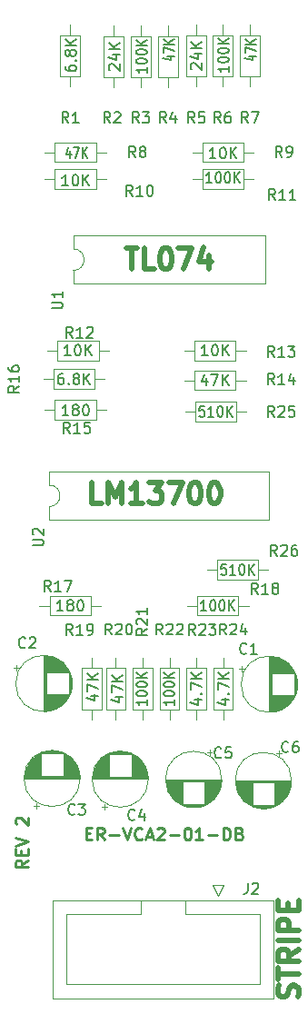
<source format=gto>
%TF.GenerationSoftware,KiCad,Pcbnew,(6.0.1)*%
%TF.CreationDate,2022-11-29T07:34:21-05:00*%
%TF.ProjectId,ER-VCA2-01,45522d56-4341-4322-9d30-312e6b696361,2*%
%TF.SameCoordinates,Original*%
%TF.FileFunction,Legend,Top*%
%TF.FilePolarity,Positive*%
%FSLAX46Y46*%
G04 Gerber Fmt 4.6, Leading zero omitted, Abs format (unit mm)*
G04 Created by KiCad (PCBNEW (6.0.1)) date 2022-11-29 07:34:21*
%MOMM*%
%LPD*%
G01*
G04 APERTURE LIST*
%ADD10C,0.285750*%
%ADD11C,0.476250*%
%ADD12C,0.150000*%
%ADD13C,0.120000*%
G04 APERTURE END LIST*
D10*
X33295071Y-119960857D02*
X32750785Y-120341857D01*
X33295071Y-120614000D02*
X32152071Y-120614000D01*
X32152071Y-120178571D01*
X32206500Y-120069714D01*
X32260928Y-120015285D01*
X32369785Y-119960857D01*
X32533071Y-119960857D01*
X32641928Y-120015285D01*
X32696357Y-120069714D01*
X32750785Y-120178571D01*
X32750785Y-120614000D01*
X32696357Y-119471000D02*
X32696357Y-119090000D01*
X33295071Y-118926714D02*
X33295071Y-119471000D01*
X32152071Y-119471000D01*
X32152071Y-118926714D01*
X32152071Y-118600142D02*
X33295071Y-118219142D01*
X32152071Y-117838142D01*
X32260928Y-116640714D02*
X32206500Y-116586285D01*
X32152071Y-116477428D01*
X32152071Y-116205285D01*
X32206500Y-116096428D01*
X32260928Y-116042000D01*
X32369785Y-115987571D01*
X32478642Y-115987571D01*
X32641928Y-116042000D01*
X33295071Y-116695142D01*
X33295071Y-115987571D01*
X38719785Y-117484357D02*
X39100785Y-117484357D01*
X39264071Y-118083071D02*
X38719785Y-118083071D01*
X38719785Y-116940071D01*
X39264071Y-116940071D01*
X40407071Y-118083071D02*
X40026071Y-117538785D01*
X39753928Y-118083071D02*
X39753928Y-116940071D01*
X40189357Y-116940071D01*
X40298214Y-116994500D01*
X40352642Y-117048928D01*
X40407071Y-117157785D01*
X40407071Y-117321071D01*
X40352642Y-117429928D01*
X40298214Y-117484357D01*
X40189357Y-117538785D01*
X39753928Y-117538785D01*
X40896928Y-117647642D02*
X41767785Y-117647642D01*
X42148785Y-116940071D02*
X42529785Y-118083071D01*
X42910785Y-116940071D01*
X43944928Y-117974214D02*
X43890500Y-118028642D01*
X43727214Y-118083071D01*
X43618357Y-118083071D01*
X43455071Y-118028642D01*
X43346214Y-117919785D01*
X43291785Y-117810928D01*
X43237357Y-117593214D01*
X43237357Y-117429928D01*
X43291785Y-117212214D01*
X43346214Y-117103357D01*
X43455071Y-116994500D01*
X43618357Y-116940071D01*
X43727214Y-116940071D01*
X43890500Y-116994500D01*
X43944928Y-117048928D01*
X44380357Y-117756500D02*
X44924642Y-117756500D01*
X44271500Y-118083071D02*
X44652500Y-116940071D01*
X45033500Y-118083071D01*
X45360071Y-117048928D02*
X45414500Y-116994500D01*
X45523357Y-116940071D01*
X45795500Y-116940071D01*
X45904357Y-116994500D01*
X45958785Y-117048928D01*
X46013214Y-117157785D01*
X46013214Y-117266642D01*
X45958785Y-117429928D01*
X45305642Y-118083071D01*
X46013214Y-118083071D01*
X46503071Y-117647642D02*
X47373928Y-117647642D01*
X48135928Y-116940071D02*
X48244785Y-116940071D01*
X48353642Y-116994500D01*
X48408071Y-117048928D01*
X48462500Y-117157785D01*
X48516928Y-117375500D01*
X48516928Y-117647642D01*
X48462500Y-117865357D01*
X48408071Y-117974214D01*
X48353642Y-118028642D01*
X48244785Y-118083071D01*
X48135928Y-118083071D01*
X48027071Y-118028642D01*
X47972642Y-117974214D01*
X47918214Y-117865357D01*
X47863785Y-117647642D01*
X47863785Y-117375500D01*
X47918214Y-117157785D01*
X47972642Y-117048928D01*
X48027071Y-116994500D01*
X48135928Y-116940071D01*
X49605500Y-118083071D02*
X48952357Y-118083071D01*
X49278928Y-118083071D02*
X49278928Y-116940071D01*
X49170071Y-117103357D01*
X49061214Y-117212214D01*
X48952357Y-117266642D01*
X50095357Y-117647642D02*
X50966214Y-117647642D01*
X51510500Y-118083071D02*
X51510500Y-116940071D01*
X51782642Y-116940071D01*
X51945928Y-116994500D01*
X52054785Y-117103357D01*
X52109214Y-117212214D01*
X52163642Y-117429928D01*
X52163642Y-117593214D01*
X52109214Y-117810928D01*
X52054785Y-117919785D01*
X51945928Y-118028642D01*
X51782642Y-118083071D01*
X51510500Y-118083071D01*
X53034500Y-117484357D02*
X53197785Y-117538785D01*
X53252214Y-117593214D01*
X53306642Y-117702071D01*
X53306642Y-117865357D01*
X53252214Y-117974214D01*
X53197785Y-118028642D01*
X53088928Y-118083071D01*
X52653500Y-118083071D01*
X52653500Y-116940071D01*
X53034500Y-116940071D01*
X53143357Y-116994500D01*
X53197785Y-117048928D01*
X53252214Y-117157785D01*
X53252214Y-117266642D01*
X53197785Y-117375500D01*
X53143357Y-117429928D01*
X53034500Y-117484357D01*
X52653500Y-117484357D01*
D11*
X42445214Y-62964785D02*
X43533785Y-62964785D01*
X42989500Y-64869785D02*
X42989500Y-62964785D01*
X45075928Y-64869785D02*
X44168785Y-64869785D01*
X44168785Y-62964785D01*
X46073785Y-62964785D02*
X46255214Y-62964785D01*
X46436642Y-63055500D01*
X46527357Y-63146214D01*
X46618071Y-63327642D01*
X46708785Y-63690500D01*
X46708785Y-64144071D01*
X46618071Y-64506928D01*
X46527357Y-64688357D01*
X46436642Y-64779071D01*
X46255214Y-64869785D01*
X46073785Y-64869785D01*
X45892357Y-64779071D01*
X45801642Y-64688357D01*
X45710928Y-64506928D01*
X45620214Y-64144071D01*
X45620214Y-63690500D01*
X45710928Y-63327642D01*
X45801642Y-63146214D01*
X45892357Y-63055500D01*
X46073785Y-62964785D01*
X47343785Y-62964785D02*
X48613785Y-62964785D01*
X47797357Y-64869785D01*
X50155928Y-63599785D02*
X50155928Y-64869785D01*
X49702357Y-62874071D02*
X49248785Y-64234785D01*
X50428071Y-64234785D01*
X40177357Y-86713785D02*
X39270214Y-86713785D01*
X39270214Y-84808785D01*
X40812357Y-86713785D02*
X40812357Y-84808785D01*
X41447357Y-86169500D01*
X42082357Y-84808785D01*
X42082357Y-86713785D01*
X43987357Y-86713785D02*
X42898785Y-86713785D01*
X43443071Y-86713785D02*
X43443071Y-84808785D01*
X43261642Y-85080928D01*
X43080214Y-85262357D01*
X42898785Y-85353071D01*
X44622357Y-84808785D02*
X45801642Y-84808785D01*
X45166642Y-85534500D01*
X45438785Y-85534500D01*
X45620214Y-85625214D01*
X45710928Y-85715928D01*
X45801642Y-85897357D01*
X45801642Y-86350928D01*
X45710928Y-86532357D01*
X45620214Y-86623071D01*
X45438785Y-86713785D01*
X44894500Y-86713785D01*
X44713071Y-86623071D01*
X44622357Y-86532357D01*
X46436642Y-84808785D02*
X47706642Y-84808785D01*
X46890214Y-86713785D01*
X48795214Y-84808785D02*
X48976642Y-84808785D01*
X49158071Y-84899500D01*
X49248785Y-84990214D01*
X49339500Y-85171642D01*
X49430214Y-85534500D01*
X49430214Y-85988071D01*
X49339500Y-86350928D01*
X49248785Y-86532357D01*
X49158071Y-86623071D01*
X48976642Y-86713785D01*
X48795214Y-86713785D01*
X48613785Y-86623071D01*
X48523071Y-86532357D01*
X48432357Y-86350928D01*
X48341642Y-85988071D01*
X48341642Y-85534500D01*
X48432357Y-85171642D01*
X48523071Y-84990214D01*
X48613785Y-84899500D01*
X48795214Y-84808785D01*
X50609500Y-84808785D02*
X50790928Y-84808785D01*
X50972357Y-84899500D01*
X51063071Y-84990214D01*
X51153785Y-85171642D01*
X51244500Y-85534500D01*
X51244500Y-85988071D01*
X51153785Y-86350928D01*
X51063071Y-86532357D01*
X50972357Y-86623071D01*
X50790928Y-86713785D01*
X50609500Y-86713785D01*
X50428071Y-86623071D01*
X50337357Y-86532357D01*
X50246642Y-86350928D01*
X50155928Y-85988071D01*
X50155928Y-85534500D01*
X50246642Y-85171642D01*
X50337357Y-84990214D01*
X50428071Y-84899500D01*
X50609500Y-84808785D01*
X58441071Y-132724357D02*
X58531785Y-132452214D01*
X58531785Y-131998642D01*
X58441071Y-131817214D01*
X58350357Y-131726500D01*
X58168928Y-131635785D01*
X57987500Y-131635785D01*
X57806071Y-131726500D01*
X57715357Y-131817214D01*
X57624642Y-131998642D01*
X57533928Y-132361500D01*
X57443214Y-132542928D01*
X57352500Y-132633642D01*
X57171071Y-132724357D01*
X56989642Y-132724357D01*
X56808214Y-132633642D01*
X56717500Y-132542928D01*
X56626785Y-132361500D01*
X56626785Y-131907928D01*
X56717500Y-131635785D01*
X56626785Y-131091500D02*
X56626785Y-130002928D01*
X58531785Y-130547214D02*
X56626785Y-130547214D01*
X58531785Y-128279357D02*
X57624642Y-128914357D01*
X58531785Y-129367928D02*
X56626785Y-129367928D01*
X56626785Y-128642214D01*
X56717500Y-128460785D01*
X56808214Y-128370071D01*
X56989642Y-128279357D01*
X57261785Y-128279357D01*
X57443214Y-128370071D01*
X57533928Y-128460785D01*
X57624642Y-128642214D01*
X57624642Y-129367928D01*
X58531785Y-127462928D02*
X56626785Y-127462928D01*
X58531785Y-126555785D02*
X56626785Y-126555785D01*
X56626785Y-125830071D01*
X56717500Y-125648642D01*
X56808214Y-125557928D01*
X56989642Y-125467214D01*
X57261785Y-125467214D01*
X57443214Y-125557928D01*
X57533928Y-125648642D01*
X57624642Y-125830071D01*
X57624642Y-126555785D01*
X57533928Y-124650785D02*
X57533928Y-124015785D01*
X58531785Y-123743642D02*
X58531785Y-124650785D01*
X56626785Y-124650785D01*
X56626785Y-123743642D01*
D12*
%TO.C,R16*%
X32468380Y-75790857D02*
X31992190Y-76124190D01*
X32468380Y-76362285D02*
X31468380Y-76362285D01*
X31468380Y-75981333D01*
X31516000Y-75886095D01*
X31563619Y-75838476D01*
X31658857Y-75790857D01*
X31801714Y-75790857D01*
X31896952Y-75838476D01*
X31944571Y-75886095D01*
X31992190Y-75981333D01*
X31992190Y-76362285D01*
X32468380Y-74838476D02*
X32468380Y-75409904D01*
X32468380Y-75124190D02*
X31468380Y-75124190D01*
X31611238Y-75219428D01*
X31706476Y-75314666D01*
X31754095Y-75409904D01*
X31468380Y-73981333D02*
X31468380Y-74171809D01*
X31516000Y-74267047D01*
X31563619Y-74314666D01*
X31706476Y-74409904D01*
X31896952Y-74457523D01*
X32277904Y-74457523D01*
X32373142Y-74409904D01*
X32420761Y-74362285D01*
X32468380Y-74267047D01*
X32468380Y-74076571D01*
X32420761Y-73981333D01*
X32373142Y-73933714D01*
X32277904Y-73886095D01*
X32039809Y-73886095D01*
X31944571Y-73933714D01*
X31896952Y-73981333D01*
X31849333Y-74076571D01*
X31849333Y-74267047D01*
X31896952Y-74362285D01*
X31944571Y-74409904D01*
X32039809Y-74457523D01*
X36580190Y-74622376D02*
X36389714Y-74622376D01*
X36294476Y-74669996D01*
X36246857Y-74717615D01*
X36151619Y-74860472D01*
X36104000Y-75050948D01*
X36104000Y-75431900D01*
X36151619Y-75527138D01*
X36199238Y-75574757D01*
X36294476Y-75622376D01*
X36484952Y-75622376D01*
X36580190Y-75574757D01*
X36627809Y-75527138D01*
X36675428Y-75431900D01*
X36675428Y-75193805D01*
X36627809Y-75098567D01*
X36580190Y-75050948D01*
X36484952Y-75003329D01*
X36294476Y-75003329D01*
X36199238Y-75050948D01*
X36151619Y-75098567D01*
X36104000Y-75193805D01*
X37104000Y-75527138D02*
X37151619Y-75574757D01*
X37104000Y-75622376D01*
X37056380Y-75574757D01*
X37104000Y-75527138D01*
X37104000Y-75622376D01*
X37723047Y-75050948D02*
X37627809Y-75003329D01*
X37580190Y-74955710D01*
X37532571Y-74860472D01*
X37532571Y-74812853D01*
X37580190Y-74717615D01*
X37627809Y-74669996D01*
X37723047Y-74622376D01*
X37913523Y-74622376D01*
X38008761Y-74669996D01*
X38056380Y-74717615D01*
X38104000Y-74812853D01*
X38104000Y-74860472D01*
X38056380Y-74955710D01*
X38008761Y-75003329D01*
X37913523Y-75050948D01*
X37723047Y-75050948D01*
X37627809Y-75098567D01*
X37580190Y-75146186D01*
X37532571Y-75241424D01*
X37532571Y-75431900D01*
X37580190Y-75527138D01*
X37627809Y-75574757D01*
X37723047Y-75622376D01*
X37913523Y-75622376D01*
X38008761Y-75574757D01*
X38056380Y-75527138D01*
X38104000Y-75431900D01*
X38104000Y-75241424D01*
X38056380Y-75146186D01*
X38008761Y-75098567D01*
X37913523Y-75050948D01*
X38532571Y-75622376D02*
X38532571Y-74622376D01*
X39104000Y-75622376D02*
X38675428Y-75050948D01*
X39104000Y-74622376D02*
X38532571Y-75193805D01*
%TO.C,U1*%
X35532380Y-68543904D02*
X36341904Y-68543904D01*
X36437142Y-68496285D01*
X36484761Y-68448666D01*
X36532380Y-68353428D01*
X36532380Y-68162952D01*
X36484761Y-68067714D01*
X36437142Y-68020095D01*
X36341904Y-67972476D01*
X35532380Y-67972476D01*
X36532380Y-66972476D02*
X36532380Y-67543904D01*
X36532380Y-67258190D02*
X35532380Y-67258190D01*
X35675238Y-67353428D01*
X35770476Y-67448666D01*
X35818095Y-67543904D01*
%TO.C,U2*%
X33747380Y-90641904D02*
X34556904Y-90641904D01*
X34652142Y-90594285D01*
X34699761Y-90546666D01*
X34747380Y-90451428D01*
X34747380Y-90260952D01*
X34699761Y-90165714D01*
X34652142Y-90118095D01*
X34556904Y-90070476D01*
X33747380Y-90070476D01*
X33842619Y-89641904D02*
X33795000Y-89594285D01*
X33747380Y-89499047D01*
X33747380Y-89260952D01*
X33795000Y-89165714D01*
X33842619Y-89118095D01*
X33937857Y-89070476D01*
X34033095Y-89070476D01*
X34175952Y-89118095D01*
X34747380Y-89689523D01*
X34747380Y-89070476D01*
%TO.C,R1*%
X37083322Y-51252380D02*
X36749989Y-50776190D01*
X36511893Y-51252380D02*
X36511893Y-50252380D01*
X36892846Y-50252380D01*
X36988084Y-50300000D01*
X37035703Y-50347619D01*
X37083322Y-50442857D01*
X37083322Y-50585714D01*
X37035703Y-50680952D01*
X36988084Y-50728571D01*
X36892846Y-50776190D01*
X36511893Y-50776190D01*
X38035703Y-51252380D02*
X37464274Y-51252380D01*
X37749989Y-51252380D02*
X37749989Y-50252380D01*
X37654750Y-50395238D01*
X37559512Y-50490476D01*
X37464274Y-50538095D01*
X36790380Y-45981821D02*
X36790380Y-46172297D01*
X36838000Y-46267535D01*
X36885619Y-46315154D01*
X37028476Y-46410392D01*
X37218952Y-46458012D01*
X37599904Y-46458012D01*
X37695142Y-46410392D01*
X37742761Y-46362773D01*
X37790380Y-46267535D01*
X37790380Y-46077059D01*
X37742761Y-45981821D01*
X37695142Y-45934202D01*
X37599904Y-45886583D01*
X37361809Y-45886583D01*
X37266571Y-45934202D01*
X37218952Y-45981821D01*
X37171333Y-46077059D01*
X37171333Y-46267535D01*
X37218952Y-46362773D01*
X37266571Y-46410392D01*
X37361809Y-46458012D01*
X37695142Y-45458012D02*
X37742761Y-45410392D01*
X37790380Y-45458012D01*
X37742761Y-45505631D01*
X37695142Y-45458012D01*
X37790380Y-45458012D01*
X37218952Y-44838964D02*
X37171333Y-44934202D01*
X37123714Y-44981821D01*
X37028476Y-45029440D01*
X36980857Y-45029440D01*
X36885619Y-44981821D01*
X36838000Y-44934202D01*
X36790380Y-44838964D01*
X36790380Y-44648488D01*
X36838000Y-44553250D01*
X36885619Y-44505631D01*
X36980857Y-44458012D01*
X37028476Y-44458012D01*
X37123714Y-44505631D01*
X37171333Y-44553250D01*
X37218952Y-44648488D01*
X37218952Y-44838964D01*
X37266571Y-44934202D01*
X37314190Y-44981821D01*
X37409428Y-45029440D01*
X37599904Y-45029440D01*
X37695142Y-44981821D01*
X37742761Y-44934202D01*
X37790380Y-44838964D01*
X37790380Y-44648488D01*
X37742761Y-44553250D01*
X37695142Y-44505631D01*
X37599904Y-44458012D01*
X37409428Y-44458012D01*
X37314190Y-44505631D01*
X37266571Y-44553250D01*
X37218952Y-44648488D01*
X37790380Y-44029440D02*
X36790380Y-44029440D01*
X37790380Y-43458012D02*
X37218952Y-43886583D01*
X36790380Y-43458012D02*
X37361809Y-44029440D01*
%TO.C,R20*%
X41107135Y-98952375D02*
X40773802Y-98476185D01*
X40535707Y-98952375D02*
X40535707Y-97952375D01*
X40916659Y-97952375D01*
X41011897Y-97999995D01*
X41059516Y-98047614D01*
X41107135Y-98142852D01*
X41107135Y-98285709D01*
X41059516Y-98380947D01*
X41011897Y-98428566D01*
X40916659Y-98476185D01*
X40535707Y-98476185D01*
X41488088Y-98047614D02*
X41535707Y-97999995D01*
X41630945Y-97952375D01*
X41869040Y-97952375D01*
X41964278Y-97999995D01*
X42011897Y-98047614D01*
X42059516Y-98142852D01*
X42059516Y-98238090D01*
X42011897Y-98380947D01*
X41440469Y-98952375D01*
X42059516Y-98952375D01*
X42678564Y-97952375D02*
X42773802Y-97952375D01*
X42869040Y-97999995D01*
X42916659Y-98047614D01*
X42964278Y-98142852D01*
X43011897Y-98333328D01*
X43011897Y-98571423D01*
X42964278Y-98761899D01*
X42916659Y-98857137D01*
X42869040Y-98904756D01*
X42773802Y-98952375D01*
X42678564Y-98952375D01*
X42583326Y-98904756D01*
X42535707Y-98857137D01*
X42488088Y-98761899D01*
X42440469Y-98571423D01*
X42440469Y-98333328D01*
X42488088Y-98142852D01*
X42535707Y-98047614D01*
X42583326Y-97999995D01*
X42678564Y-97952375D01*
X41453714Y-104785709D02*
X42120380Y-104785709D01*
X41072761Y-105023804D02*
X41787047Y-105261899D01*
X41787047Y-104642852D01*
X41120380Y-104357137D02*
X41120380Y-103690471D01*
X42120380Y-104119042D01*
X42120380Y-103309518D02*
X41120380Y-103309518D01*
X42120380Y-102738090D02*
X41548952Y-103166661D01*
X41120380Y-102738090D02*
X41691809Y-103309518D01*
%TO.C,C4*%
X43279333Y-116145142D02*
X43231714Y-116192761D01*
X43088857Y-116240380D01*
X42993619Y-116240380D01*
X42850761Y-116192761D01*
X42755523Y-116097523D01*
X42707904Y-116002285D01*
X42660285Y-115811809D01*
X42660285Y-115668952D01*
X42707904Y-115478476D01*
X42755523Y-115383238D01*
X42850761Y-115288000D01*
X42993619Y-115240380D01*
X43088857Y-115240380D01*
X43231714Y-115288000D01*
X43279333Y-115335619D01*
X44136476Y-115573714D02*
X44136476Y-116240380D01*
X43898380Y-115192761D02*
X43660285Y-115907047D01*
X44279333Y-115907047D01*
%TO.C,R6*%
X51268333Y-51252380D02*
X50935000Y-50776190D01*
X50696904Y-51252380D02*
X50696904Y-50252380D01*
X51077857Y-50252380D01*
X51173095Y-50300000D01*
X51220714Y-50347619D01*
X51268333Y-50442857D01*
X51268333Y-50585714D01*
X51220714Y-50680952D01*
X51173095Y-50728571D01*
X51077857Y-50776190D01*
X50696904Y-50776190D01*
X52125476Y-50252380D02*
X51935000Y-50252380D01*
X51839761Y-50300000D01*
X51792142Y-50347619D01*
X51696904Y-50490476D01*
X51649285Y-50680952D01*
X51649285Y-51061904D01*
X51696904Y-51157142D01*
X51744523Y-51204761D01*
X51839761Y-51252380D01*
X52030238Y-51252380D01*
X52125476Y-51204761D01*
X52173095Y-51157142D01*
X52220714Y-51061904D01*
X52220714Y-50823809D01*
X52173095Y-50728571D01*
X52125476Y-50680952D01*
X52030238Y-50633333D01*
X51839761Y-50633333D01*
X51744523Y-50680952D01*
X51696904Y-50728571D01*
X51649285Y-50823809D01*
X52014380Y-45995166D02*
X52014380Y-46503166D01*
X52014380Y-46249166D02*
X51014380Y-46249166D01*
X51157238Y-46333833D01*
X51252476Y-46418500D01*
X51300095Y-46503166D01*
X51014380Y-45444833D02*
X51014380Y-45360166D01*
X51062000Y-45275500D01*
X51109619Y-45233166D01*
X51204857Y-45190833D01*
X51395333Y-45148500D01*
X51633428Y-45148500D01*
X51823904Y-45190833D01*
X51919142Y-45233166D01*
X51966761Y-45275500D01*
X52014380Y-45360166D01*
X52014380Y-45444833D01*
X51966761Y-45529500D01*
X51919142Y-45571833D01*
X51823904Y-45614166D01*
X51633428Y-45656500D01*
X51395333Y-45656500D01*
X51204857Y-45614166D01*
X51109619Y-45571833D01*
X51062000Y-45529500D01*
X51014380Y-45444833D01*
X51014380Y-44598166D02*
X51014380Y-44513500D01*
X51062000Y-44428833D01*
X51109619Y-44386500D01*
X51204857Y-44344166D01*
X51395333Y-44301833D01*
X51633428Y-44301833D01*
X51823904Y-44344166D01*
X51919142Y-44386500D01*
X51966761Y-44428833D01*
X52014380Y-44513500D01*
X52014380Y-44598166D01*
X51966761Y-44682833D01*
X51919142Y-44725166D01*
X51823904Y-44767500D01*
X51633428Y-44809833D01*
X51395333Y-44809833D01*
X51204857Y-44767500D01*
X51109619Y-44725166D01*
X51062000Y-44682833D01*
X51014380Y-44598166D01*
X52014380Y-43920833D02*
X51014380Y-43920833D01*
X52014380Y-43412833D02*
X51442952Y-43793833D01*
X51014380Y-43412833D02*
X51585809Y-43920833D01*
%TO.C,R17*%
X35437142Y-94904380D02*
X35103809Y-94428190D01*
X34865714Y-94904380D02*
X34865714Y-93904380D01*
X35246666Y-93904380D01*
X35341904Y-93952000D01*
X35389523Y-93999619D01*
X35437142Y-94094857D01*
X35437142Y-94237714D01*
X35389523Y-94332952D01*
X35341904Y-94380571D01*
X35246666Y-94428190D01*
X34865714Y-94428190D01*
X36389523Y-94904380D02*
X35818095Y-94904380D01*
X36103809Y-94904380D02*
X36103809Y-93904380D01*
X36008571Y-94047238D01*
X35913333Y-94142476D01*
X35818095Y-94190095D01*
X36722857Y-93904380D02*
X37389523Y-93904380D01*
X36960952Y-94904380D01*
X36583322Y-96718380D02*
X36011893Y-96718380D01*
X36297608Y-96718380D02*
X36297608Y-95718380D01*
X36202369Y-95861238D01*
X36107131Y-95956476D01*
X36011893Y-96004095D01*
X37154750Y-96146952D02*
X37059512Y-96099333D01*
X37011893Y-96051714D01*
X36964274Y-95956476D01*
X36964274Y-95908857D01*
X37011893Y-95813619D01*
X37059512Y-95766000D01*
X37154750Y-95718380D01*
X37345227Y-95718380D01*
X37440465Y-95766000D01*
X37488084Y-95813619D01*
X37535703Y-95908857D01*
X37535703Y-95956476D01*
X37488084Y-96051714D01*
X37440465Y-96099333D01*
X37345227Y-96146952D01*
X37154750Y-96146952D01*
X37059512Y-96194571D01*
X37011893Y-96242190D01*
X36964274Y-96337428D01*
X36964274Y-96527904D01*
X37011893Y-96623142D01*
X37059512Y-96670761D01*
X37154750Y-96718380D01*
X37345227Y-96718380D01*
X37440465Y-96670761D01*
X37488084Y-96623142D01*
X37535703Y-96527904D01*
X37535703Y-96337428D01*
X37488084Y-96242190D01*
X37440465Y-96194571D01*
X37345227Y-96146952D01*
X38154750Y-95718380D02*
X38249989Y-95718380D01*
X38345227Y-95766000D01*
X38392846Y-95813619D01*
X38440465Y-95908857D01*
X38488084Y-96099333D01*
X38488084Y-96337428D01*
X38440465Y-96527904D01*
X38392846Y-96623142D01*
X38345227Y-96670761D01*
X38249989Y-96718380D01*
X38154750Y-96718380D01*
X38059512Y-96670761D01*
X38011893Y-96623142D01*
X37964274Y-96527904D01*
X37916655Y-96337428D01*
X37916655Y-96099333D01*
X37964274Y-95908857D01*
X38011893Y-95813619D01*
X38059512Y-95766000D01*
X38154750Y-95718380D01*
%TO.C,R3*%
X43648333Y-51252380D02*
X43315000Y-50776190D01*
X43076904Y-51252380D02*
X43076904Y-50252380D01*
X43457857Y-50252380D01*
X43553095Y-50300000D01*
X43600714Y-50347619D01*
X43648333Y-50442857D01*
X43648333Y-50585714D01*
X43600714Y-50680952D01*
X43553095Y-50728571D01*
X43457857Y-50776190D01*
X43076904Y-50776190D01*
X43981666Y-50252380D02*
X44600714Y-50252380D01*
X44267380Y-50633333D01*
X44410238Y-50633333D01*
X44505476Y-50680952D01*
X44553095Y-50728571D01*
X44600714Y-50823809D01*
X44600714Y-51061904D01*
X44553095Y-51157142D01*
X44505476Y-51204761D01*
X44410238Y-51252380D01*
X44124523Y-51252380D01*
X44029285Y-51204761D01*
X43981666Y-51157142D01*
X44394380Y-46122166D02*
X44394380Y-46630166D01*
X44394380Y-46376166D02*
X43394380Y-46376166D01*
X43537238Y-46460833D01*
X43632476Y-46545500D01*
X43680095Y-46630166D01*
X43394380Y-45571833D02*
X43394380Y-45487166D01*
X43442000Y-45402500D01*
X43489619Y-45360166D01*
X43584857Y-45317833D01*
X43775333Y-45275500D01*
X44013428Y-45275500D01*
X44203904Y-45317833D01*
X44299142Y-45360166D01*
X44346761Y-45402500D01*
X44394380Y-45487166D01*
X44394380Y-45571833D01*
X44346761Y-45656500D01*
X44299142Y-45698833D01*
X44203904Y-45741166D01*
X44013428Y-45783500D01*
X43775333Y-45783500D01*
X43584857Y-45741166D01*
X43489619Y-45698833D01*
X43442000Y-45656500D01*
X43394380Y-45571833D01*
X43394380Y-44725166D02*
X43394380Y-44640500D01*
X43442000Y-44555833D01*
X43489619Y-44513500D01*
X43584857Y-44471166D01*
X43775333Y-44428833D01*
X44013428Y-44428833D01*
X44203904Y-44471166D01*
X44299142Y-44513500D01*
X44346761Y-44555833D01*
X44394380Y-44640500D01*
X44394380Y-44725166D01*
X44346761Y-44809833D01*
X44299142Y-44852166D01*
X44203904Y-44894500D01*
X44013428Y-44936833D01*
X43775333Y-44936833D01*
X43584857Y-44894500D01*
X43489619Y-44852166D01*
X43442000Y-44809833D01*
X43394380Y-44725166D01*
X44394380Y-44047833D02*
X43394380Y-44047833D01*
X44394380Y-43539833D02*
X43822952Y-43920833D01*
X43394380Y-43539833D02*
X43965809Y-44047833D01*
%TO.C,R26*%
X56519142Y-91602388D02*
X56185809Y-91126198D01*
X55947714Y-91602388D02*
X55947714Y-90602388D01*
X56328666Y-90602388D01*
X56423904Y-90650008D01*
X56471523Y-90697627D01*
X56519142Y-90792865D01*
X56519142Y-90935722D01*
X56471523Y-91030960D01*
X56423904Y-91078579D01*
X56328666Y-91126198D01*
X55947714Y-91126198D01*
X56900095Y-90697627D02*
X56947714Y-90650008D01*
X57042952Y-90602388D01*
X57281047Y-90602388D01*
X57376285Y-90650008D01*
X57423904Y-90697627D01*
X57471523Y-90792865D01*
X57471523Y-90888103D01*
X57423904Y-91030960D01*
X56852476Y-91602388D01*
X57471523Y-91602388D01*
X58328666Y-90602388D02*
X58138190Y-90602388D01*
X58042952Y-90650008D01*
X57995333Y-90697627D01*
X57900095Y-90840484D01*
X57852476Y-91030960D01*
X57852476Y-91411912D01*
X57900095Y-91507150D01*
X57947714Y-91554769D01*
X58042952Y-91602388D01*
X58233428Y-91602388D01*
X58328666Y-91554769D01*
X58376285Y-91507150D01*
X58423904Y-91411912D01*
X58423904Y-91173817D01*
X58376285Y-91078579D01*
X58328666Y-91030960D01*
X58233428Y-90983341D01*
X58042952Y-90983341D01*
X57947714Y-91030960D01*
X57900095Y-91078579D01*
X57852476Y-91173817D01*
X51764489Y-92380380D02*
X51341155Y-92380380D01*
X51298822Y-92856571D01*
X51341155Y-92808952D01*
X51425822Y-92761333D01*
X51637489Y-92761333D01*
X51722155Y-92808952D01*
X51764489Y-92856571D01*
X51806822Y-92951809D01*
X51806822Y-93189904D01*
X51764489Y-93285142D01*
X51722155Y-93332761D01*
X51637489Y-93380380D01*
X51425822Y-93380380D01*
X51341155Y-93332761D01*
X51298822Y-93285142D01*
X52653489Y-93380380D02*
X52145489Y-93380380D01*
X52399489Y-93380380D02*
X52399489Y-92380380D01*
X52314822Y-92523238D01*
X52230155Y-92618476D01*
X52145489Y-92666095D01*
X53203822Y-92380380D02*
X53288489Y-92380380D01*
X53373155Y-92428000D01*
X53415489Y-92475619D01*
X53457822Y-92570857D01*
X53500155Y-92761333D01*
X53500155Y-92999428D01*
X53457822Y-93189904D01*
X53415489Y-93285142D01*
X53373155Y-93332761D01*
X53288489Y-93380380D01*
X53203822Y-93380380D01*
X53119155Y-93332761D01*
X53076822Y-93285142D01*
X53034489Y-93189904D01*
X52992155Y-92999428D01*
X52992155Y-92761333D01*
X53034489Y-92570857D01*
X53076822Y-92475619D01*
X53119155Y-92428000D01*
X53203822Y-92380380D01*
X53881155Y-93380380D02*
X53881155Y-92380380D01*
X54389155Y-93380380D02*
X54008155Y-92808952D01*
X54389155Y-92380380D02*
X53881155Y-92951809D01*
%TO.C,R15*%
X37215142Y-80172380D02*
X36881809Y-79696190D01*
X36643714Y-80172380D02*
X36643714Y-79172380D01*
X37024666Y-79172380D01*
X37119904Y-79220000D01*
X37167523Y-79267619D01*
X37215142Y-79362857D01*
X37215142Y-79505714D01*
X37167523Y-79600952D01*
X37119904Y-79648571D01*
X37024666Y-79696190D01*
X36643714Y-79696190D01*
X38167523Y-80172380D02*
X37596095Y-80172380D01*
X37881809Y-80172380D02*
X37881809Y-79172380D01*
X37786571Y-79315238D01*
X37691333Y-79410476D01*
X37596095Y-79458095D01*
X39072285Y-79172380D02*
X38596095Y-79172380D01*
X38548476Y-79648571D01*
X38596095Y-79600952D01*
X38691333Y-79553333D01*
X38929428Y-79553333D01*
X39024666Y-79600952D01*
X39072285Y-79648571D01*
X39119904Y-79743809D01*
X39119904Y-79981904D01*
X39072285Y-80077142D01*
X39024666Y-80124761D01*
X38929428Y-80172380D01*
X38691333Y-80172380D01*
X38596095Y-80124761D01*
X38548476Y-80077142D01*
X37083321Y-78521380D02*
X36511892Y-78521380D01*
X36797607Y-78521380D02*
X36797607Y-77521380D01*
X36702368Y-77664238D01*
X36607130Y-77759476D01*
X36511892Y-77807095D01*
X37654749Y-77949952D02*
X37559511Y-77902333D01*
X37511892Y-77854714D01*
X37464273Y-77759476D01*
X37464273Y-77711857D01*
X37511892Y-77616619D01*
X37559511Y-77569000D01*
X37654749Y-77521380D01*
X37845226Y-77521380D01*
X37940464Y-77569000D01*
X37988083Y-77616619D01*
X38035702Y-77711857D01*
X38035702Y-77759476D01*
X37988083Y-77854714D01*
X37940464Y-77902333D01*
X37845226Y-77949952D01*
X37654749Y-77949952D01*
X37559511Y-77997571D01*
X37511892Y-78045190D01*
X37464273Y-78140428D01*
X37464273Y-78330904D01*
X37511892Y-78426142D01*
X37559511Y-78473761D01*
X37654749Y-78521380D01*
X37845226Y-78521380D01*
X37940464Y-78473761D01*
X37988083Y-78426142D01*
X38035702Y-78330904D01*
X38035702Y-78140428D01*
X37988083Y-78045190D01*
X37940464Y-77997571D01*
X37845226Y-77949952D01*
X38654749Y-77521380D02*
X38749988Y-77521380D01*
X38845226Y-77569000D01*
X38892845Y-77616619D01*
X38940464Y-77711857D01*
X38988083Y-77902333D01*
X38988083Y-78140428D01*
X38940464Y-78330904D01*
X38892845Y-78426142D01*
X38845226Y-78473761D01*
X38749988Y-78521380D01*
X38654749Y-78521380D01*
X38559511Y-78473761D01*
X38511892Y-78426142D01*
X38464273Y-78330904D01*
X38416654Y-78140428D01*
X38416654Y-77902333D01*
X38464273Y-77711857D01*
X38511892Y-77616619D01*
X38559511Y-77569000D01*
X38654749Y-77521380D01*
%TO.C,C2*%
X33083333Y-100107142D02*
X33035714Y-100154761D01*
X32892857Y-100202380D01*
X32797619Y-100202380D01*
X32654761Y-100154761D01*
X32559523Y-100059523D01*
X32511904Y-99964285D01*
X32464285Y-99773809D01*
X32464285Y-99630952D01*
X32511904Y-99440476D01*
X32559523Y-99345238D01*
X32654761Y-99250000D01*
X32797619Y-99202380D01*
X32892857Y-99202380D01*
X33035714Y-99250000D01*
X33083333Y-99297619D01*
X33464285Y-99297619D02*
X33511904Y-99250000D01*
X33607142Y-99202380D01*
X33845238Y-99202380D01*
X33940476Y-99250000D01*
X33988095Y-99297619D01*
X34035714Y-99392857D01*
X34035714Y-99488095D01*
X33988095Y-99630952D01*
X33416666Y-100202380D01*
X34035714Y-100202380D01*
%TO.C,C3*%
X37691333Y-115637142D02*
X37643714Y-115684761D01*
X37500857Y-115732380D01*
X37405619Y-115732380D01*
X37262761Y-115684761D01*
X37167523Y-115589523D01*
X37119904Y-115494285D01*
X37072285Y-115303809D01*
X37072285Y-115160952D01*
X37119904Y-114970476D01*
X37167523Y-114875238D01*
X37262761Y-114780000D01*
X37405619Y-114732380D01*
X37500857Y-114732380D01*
X37643714Y-114780000D01*
X37691333Y-114827619D01*
X38024666Y-114732380D02*
X38643714Y-114732380D01*
X38310380Y-115113333D01*
X38453238Y-115113333D01*
X38548476Y-115160952D01*
X38596095Y-115208571D01*
X38643714Y-115303809D01*
X38643714Y-115541904D01*
X38596095Y-115637142D01*
X38548476Y-115684761D01*
X38453238Y-115732380D01*
X38167523Y-115732380D01*
X38072285Y-115684761D01*
X38024666Y-115637142D01*
%TO.C,R10*%
X43057142Y-58074380D02*
X42723809Y-57598190D01*
X42485714Y-58074380D02*
X42485714Y-57074380D01*
X42866666Y-57074380D01*
X42961904Y-57122000D01*
X43009523Y-57169619D01*
X43057142Y-57264857D01*
X43057142Y-57407714D01*
X43009523Y-57502952D01*
X42961904Y-57550571D01*
X42866666Y-57598190D01*
X42485714Y-57598190D01*
X44009523Y-58074380D02*
X43438095Y-58074380D01*
X43723809Y-58074380D02*
X43723809Y-57074380D01*
X43628571Y-57217238D01*
X43533333Y-57312476D01*
X43438095Y-57360095D01*
X44628571Y-57074380D02*
X44723809Y-57074380D01*
X44819047Y-57122000D01*
X44866666Y-57169619D01*
X44914285Y-57264857D01*
X44961904Y-57455333D01*
X44961904Y-57693428D01*
X44914285Y-57883904D01*
X44866666Y-57979142D01*
X44819047Y-58026761D01*
X44723809Y-58074380D01*
X44628571Y-58074380D01*
X44533333Y-58026761D01*
X44485714Y-57979142D01*
X44438095Y-57883904D01*
X44390476Y-57693428D01*
X44390476Y-57455333D01*
X44438095Y-57264857D01*
X44485714Y-57169619D01*
X44533333Y-57122000D01*
X44628571Y-57074380D01*
X37059511Y-57094380D02*
X36488083Y-57094380D01*
X36773797Y-57094380D02*
X36773797Y-56094380D01*
X36678559Y-56237238D01*
X36583321Y-56332476D01*
X36488083Y-56380095D01*
X37678559Y-56094380D02*
X37773797Y-56094380D01*
X37869035Y-56142000D01*
X37916654Y-56189619D01*
X37964273Y-56284857D01*
X38011892Y-56475333D01*
X38011892Y-56713428D01*
X37964273Y-56903904D01*
X37916654Y-56999142D01*
X37869035Y-57046761D01*
X37773797Y-57094380D01*
X37678559Y-57094380D01*
X37583321Y-57046761D01*
X37535702Y-56999142D01*
X37488083Y-56903904D01*
X37440464Y-56713428D01*
X37440464Y-56475333D01*
X37488083Y-56284857D01*
X37535702Y-56189619D01*
X37583321Y-56142000D01*
X37678559Y-56094380D01*
X38440464Y-57094380D02*
X38440464Y-56094380D01*
X39011892Y-57094380D02*
X38583321Y-56522952D01*
X39011892Y-56094380D02*
X38440464Y-56665809D01*
%TO.C,R13*%
X56265142Y-73060380D02*
X55931809Y-72584190D01*
X55693714Y-73060380D02*
X55693714Y-72060380D01*
X56074666Y-72060380D01*
X56169904Y-72108000D01*
X56217523Y-72155619D01*
X56265142Y-72250857D01*
X56265142Y-72393714D01*
X56217523Y-72488952D01*
X56169904Y-72536571D01*
X56074666Y-72584190D01*
X55693714Y-72584190D01*
X57217523Y-73060380D02*
X56646095Y-73060380D01*
X56931809Y-73060380D02*
X56931809Y-72060380D01*
X56836571Y-72203238D01*
X56741333Y-72298476D01*
X56646095Y-72346095D01*
X57550857Y-72060380D02*
X58169904Y-72060380D01*
X57836571Y-72441333D01*
X57979428Y-72441333D01*
X58074666Y-72488952D01*
X58122285Y-72536571D01*
X58169904Y-72631809D01*
X58169904Y-72869904D01*
X58122285Y-72965142D01*
X58074666Y-73012761D01*
X57979428Y-73060380D01*
X57693714Y-73060380D01*
X57598476Y-73012761D01*
X57550857Y-72965142D01*
X50059510Y-72933380D02*
X49488082Y-72933380D01*
X49773796Y-72933380D02*
X49773796Y-71933380D01*
X49678558Y-72076238D01*
X49583320Y-72171476D01*
X49488082Y-72219095D01*
X50678558Y-71933380D02*
X50773796Y-71933380D01*
X50869034Y-71981000D01*
X50916653Y-72028619D01*
X50964272Y-72123857D01*
X51011891Y-72314333D01*
X51011891Y-72552428D01*
X50964272Y-72742904D01*
X50916653Y-72838142D01*
X50869034Y-72885761D01*
X50773796Y-72933380D01*
X50678558Y-72933380D01*
X50583320Y-72885761D01*
X50535701Y-72838142D01*
X50488082Y-72742904D01*
X50440463Y-72552428D01*
X50440463Y-72314333D01*
X50488082Y-72123857D01*
X50535701Y-72028619D01*
X50583320Y-71981000D01*
X50678558Y-71933380D01*
X51440463Y-72933380D02*
X51440463Y-71933380D01*
X52011891Y-72933380D02*
X51583320Y-72361952D01*
X52011891Y-71933380D02*
X51440463Y-72504809D01*
%TO.C,R22*%
X45857151Y-98952375D02*
X45523818Y-98476185D01*
X45285723Y-98952375D02*
X45285723Y-97952375D01*
X45666675Y-97952375D01*
X45761913Y-97999995D01*
X45809532Y-98047614D01*
X45857151Y-98142852D01*
X45857151Y-98285709D01*
X45809532Y-98380947D01*
X45761913Y-98428566D01*
X45666675Y-98476185D01*
X45285723Y-98476185D01*
X46238104Y-98047614D02*
X46285723Y-97999995D01*
X46380961Y-97952375D01*
X46619056Y-97952375D01*
X46714294Y-97999995D01*
X46761913Y-98047614D01*
X46809532Y-98142852D01*
X46809532Y-98238090D01*
X46761913Y-98380947D01*
X46190485Y-98952375D01*
X46809532Y-98952375D01*
X47190485Y-98047614D02*
X47238104Y-97999995D01*
X47333342Y-97952375D01*
X47571437Y-97952375D01*
X47666675Y-97999995D01*
X47714294Y-98047614D01*
X47761913Y-98142852D01*
X47761913Y-98238090D01*
X47714294Y-98380947D01*
X47142866Y-98952375D01*
X47761913Y-98952375D01*
X46946369Y-105037161D02*
X46946369Y-105545161D01*
X46946369Y-105291161D02*
X45946369Y-105291161D01*
X46089227Y-105375828D01*
X46184465Y-105460495D01*
X46232084Y-105545161D01*
X45946369Y-104486828D02*
X45946369Y-104402161D01*
X45993989Y-104317495D01*
X46041608Y-104275161D01*
X46136846Y-104232828D01*
X46327322Y-104190495D01*
X46565417Y-104190495D01*
X46755893Y-104232828D01*
X46851131Y-104275161D01*
X46898750Y-104317495D01*
X46946369Y-104402161D01*
X46946369Y-104486828D01*
X46898750Y-104571495D01*
X46851131Y-104613828D01*
X46755893Y-104656161D01*
X46565417Y-104698495D01*
X46327322Y-104698495D01*
X46136846Y-104656161D01*
X46041608Y-104613828D01*
X45993989Y-104571495D01*
X45946369Y-104486828D01*
X45946369Y-103640161D02*
X45946369Y-103555495D01*
X45993989Y-103470828D01*
X46041608Y-103428495D01*
X46136846Y-103386161D01*
X46327322Y-103343828D01*
X46565417Y-103343828D01*
X46755893Y-103386161D01*
X46851131Y-103428495D01*
X46898750Y-103470828D01*
X46946369Y-103555495D01*
X46946369Y-103640161D01*
X46898750Y-103724828D01*
X46851131Y-103767161D01*
X46755893Y-103809495D01*
X46565417Y-103851828D01*
X46327322Y-103851828D01*
X46136846Y-103809495D01*
X46041608Y-103767161D01*
X45993989Y-103724828D01*
X45946369Y-103640161D01*
X46946369Y-102962828D02*
X45946369Y-102962828D01*
X46946369Y-102454828D02*
X46374941Y-102835828D01*
X45946369Y-102454828D02*
X46517798Y-102962828D01*
%TO.C,R9*%
X56995333Y-54452380D02*
X56662000Y-53976190D01*
X56423904Y-54452380D02*
X56423904Y-53452380D01*
X56804857Y-53452380D01*
X56900095Y-53500000D01*
X56947714Y-53547619D01*
X56995333Y-53642857D01*
X56995333Y-53785714D01*
X56947714Y-53880952D01*
X56900095Y-53928571D01*
X56804857Y-53976190D01*
X56423904Y-53976190D01*
X57471523Y-54452380D02*
X57662000Y-54452380D01*
X57757238Y-54404761D01*
X57804857Y-54357142D01*
X57900095Y-54214285D01*
X57947714Y-54023809D01*
X57947714Y-53642857D01*
X57900095Y-53547619D01*
X57852476Y-53500000D01*
X57757238Y-53452380D01*
X57566761Y-53452380D01*
X57471523Y-53500000D01*
X57423904Y-53547619D01*
X57376285Y-53642857D01*
X57376285Y-53880952D01*
X57423904Y-53976190D01*
X57471523Y-54023809D01*
X57566761Y-54071428D01*
X57757238Y-54071428D01*
X57852476Y-54023809D01*
X57900095Y-53976190D01*
X57947714Y-53880952D01*
X50809522Y-54554380D02*
X50238094Y-54554380D01*
X50523808Y-54554380D02*
X50523808Y-53554380D01*
X50428570Y-53697238D01*
X50333332Y-53792476D01*
X50238094Y-53840095D01*
X51428570Y-53554380D02*
X51523808Y-53554380D01*
X51619046Y-53602000D01*
X51666665Y-53649619D01*
X51714284Y-53744857D01*
X51761903Y-53935333D01*
X51761903Y-54173428D01*
X51714284Y-54363904D01*
X51666665Y-54459142D01*
X51619046Y-54506761D01*
X51523808Y-54554380D01*
X51428570Y-54554380D01*
X51333332Y-54506761D01*
X51285713Y-54459142D01*
X51238094Y-54363904D01*
X51190475Y-54173428D01*
X51190475Y-53935333D01*
X51238094Y-53744857D01*
X51285713Y-53649619D01*
X51333332Y-53602000D01*
X51428570Y-53554380D01*
X52190475Y-54554380D02*
X52190475Y-53554380D01*
X52761903Y-54554380D02*
X52333332Y-53982952D01*
X52761903Y-53554380D02*
X52190475Y-54125809D01*
%TO.C,R2*%
X40981333Y-51252380D02*
X40648000Y-50776190D01*
X40409904Y-51252380D02*
X40409904Y-50252380D01*
X40790857Y-50252380D01*
X40886095Y-50300000D01*
X40933714Y-50347619D01*
X40981333Y-50442857D01*
X40981333Y-50585714D01*
X40933714Y-50680952D01*
X40886095Y-50728571D01*
X40790857Y-50776190D01*
X40409904Y-50776190D01*
X41362285Y-50347619D02*
X41409904Y-50300000D01*
X41505142Y-50252380D01*
X41743238Y-50252380D01*
X41838476Y-50300000D01*
X41886095Y-50347619D01*
X41933714Y-50442857D01*
X41933714Y-50538095D01*
X41886095Y-50680952D01*
X41314666Y-51252380D01*
X41933714Y-51252380D01*
X40949619Y-46346904D02*
X40902000Y-46299285D01*
X40854380Y-46204047D01*
X40854380Y-45965952D01*
X40902000Y-45870714D01*
X40949619Y-45823095D01*
X41044857Y-45775476D01*
X41140095Y-45775476D01*
X41282952Y-45823095D01*
X41854380Y-46394523D01*
X41854380Y-45775476D01*
X41187714Y-44918333D02*
X41854380Y-44918333D01*
X40806761Y-45156428D02*
X41521047Y-45394523D01*
X41521047Y-44775476D01*
X41854380Y-44394523D02*
X40854380Y-44394523D01*
X41854380Y-43823095D02*
X41282952Y-44251666D01*
X40854380Y-43823095D02*
X41425809Y-44394523D01*
%TO.C,R25*%
X56265142Y-78648380D02*
X55931809Y-78172190D01*
X55693714Y-78648380D02*
X55693714Y-77648380D01*
X56074666Y-77648380D01*
X56169904Y-77696000D01*
X56217523Y-77743619D01*
X56265142Y-77838857D01*
X56265142Y-77981714D01*
X56217523Y-78076952D01*
X56169904Y-78124571D01*
X56074666Y-78172190D01*
X55693714Y-78172190D01*
X56646095Y-77743619D02*
X56693714Y-77696000D01*
X56788952Y-77648380D01*
X57027047Y-77648380D01*
X57122285Y-77696000D01*
X57169904Y-77743619D01*
X57217523Y-77838857D01*
X57217523Y-77934095D01*
X57169904Y-78076952D01*
X56598476Y-78648380D01*
X57217523Y-78648380D01*
X58122285Y-77648380D02*
X57646095Y-77648380D01*
X57598476Y-78124571D01*
X57646095Y-78076952D01*
X57741333Y-78029333D01*
X57979428Y-78029333D01*
X58074666Y-78076952D01*
X58122285Y-78124571D01*
X58169904Y-78219809D01*
X58169904Y-78457904D01*
X58122285Y-78553142D01*
X58074666Y-78600761D01*
X57979428Y-78648380D01*
X57741333Y-78648380D01*
X57646095Y-78600761D01*
X57598476Y-78553142D01*
X49732500Y-77648388D02*
X49309166Y-77648388D01*
X49266833Y-78124579D01*
X49309166Y-78076960D01*
X49393833Y-78029341D01*
X49605500Y-78029341D01*
X49690166Y-78076960D01*
X49732500Y-78124579D01*
X49774833Y-78219817D01*
X49774833Y-78457912D01*
X49732500Y-78553150D01*
X49690166Y-78600769D01*
X49605500Y-78648388D01*
X49393833Y-78648388D01*
X49309166Y-78600769D01*
X49266833Y-78553150D01*
X50621500Y-78648388D02*
X50113500Y-78648388D01*
X50367500Y-78648388D02*
X50367500Y-77648388D01*
X50282833Y-77791246D01*
X50198166Y-77886484D01*
X50113500Y-77934103D01*
X51171833Y-77648388D02*
X51256500Y-77648388D01*
X51341166Y-77696008D01*
X51383500Y-77743627D01*
X51425833Y-77838865D01*
X51468166Y-78029341D01*
X51468166Y-78267436D01*
X51425833Y-78457912D01*
X51383500Y-78553150D01*
X51341166Y-78600769D01*
X51256500Y-78648388D01*
X51171833Y-78648388D01*
X51087166Y-78600769D01*
X51044833Y-78553150D01*
X51002500Y-78457912D01*
X50960166Y-78267436D01*
X50960166Y-78029341D01*
X51002500Y-77838865D01*
X51044833Y-77743627D01*
X51087166Y-77696008D01*
X51171833Y-77648388D01*
X51849166Y-78648388D02*
X51849166Y-77648388D01*
X52357166Y-78648388D02*
X51976166Y-78076960D01*
X52357166Y-77648388D02*
X51849166Y-78219817D01*
%TO.C,R21*%
X44406380Y-98396857D02*
X43930190Y-98730190D01*
X44406380Y-98968285D02*
X43406380Y-98968285D01*
X43406380Y-98587333D01*
X43454000Y-98492095D01*
X43501619Y-98444476D01*
X43596857Y-98396857D01*
X43739714Y-98396857D01*
X43834952Y-98444476D01*
X43882571Y-98492095D01*
X43930190Y-98587333D01*
X43930190Y-98968285D01*
X43501619Y-98015904D02*
X43454000Y-97968285D01*
X43406380Y-97873047D01*
X43406380Y-97634952D01*
X43454000Y-97539714D01*
X43501619Y-97492095D01*
X43596857Y-97444476D01*
X43692095Y-97444476D01*
X43834952Y-97492095D01*
X44406380Y-98063523D01*
X44406380Y-97444476D01*
X44406380Y-96492095D02*
X44406380Y-97063523D01*
X44406380Y-96777809D02*
X43406380Y-96777809D01*
X43549238Y-96873047D01*
X43644476Y-96968285D01*
X43692095Y-97063523D01*
X44406369Y-105037161D02*
X44406369Y-105545161D01*
X44406369Y-105291161D02*
X43406369Y-105291161D01*
X43549227Y-105375828D01*
X43644465Y-105460495D01*
X43692084Y-105545161D01*
X43406369Y-104486828D02*
X43406369Y-104402161D01*
X43453989Y-104317495D01*
X43501608Y-104275161D01*
X43596846Y-104232828D01*
X43787322Y-104190495D01*
X44025417Y-104190495D01*
X44215893Y-104232828D01*
X44311131Y-104275161D01*
X44358750Y-104317495D01*
X44406369Y-104402161D01*
X44406369Y-104486828D01*
X44358750Y-104571495D01*
X44311131Y-104613828D01*
X44215893Y-104656161D01*
X44025417Y-104698495D01*
X43787322Y-104698495D01*
X43596846Y-104656161D01*
X43501608Y-104613828D01*
X43453989Y-104571495D01*
X43406369Y-104486828D01*
X43406369Y-103640161D02*
X43406369Y-103555495D01*
X43453989Y-103470828D01*
X43501608Y-103428495D01*
X43596846Y-103386161D01*
X43787322Y-103343828D01*
X44025417Y-103343828D01*
X44215893Y-103386161D01*
X44311131Y-103428495D01*
X44358750Y-103470828D01*
X44406369Y-103555495D01*
X44406369Y-103640161D01*
X44358750Y-103724828D01*
X44311131Y-103767161D01*
X44215893Y-103809495D01*
X44025417Y-103851828D01*
X43787322Y-103851828D01*
X43596846Y-103809495D01*
X43501608Y-103767161D01*
X43453989Y-103724828D01*
X43406369Y-103640161D01*
X44406369Y-102962828D02*
X43406369Y-102962828D01*
X44406369Y-102454828D02*
X43834941Y-102835828D01*
X43406369Y-102454828D02*
X43977798Y-102962828D01*
%TO.C,R12*%
X37469142Y-71282380D02*
X37135809Y-70806190D01*
X36897714Y-71282380D02*
X36897714Y-70282380D01*
X37278666Y-70282380D01*
X37373904Y-70330000D01*
X37421523Y-70377619D01*
X37469142Y-70472857D01*
X37469142Y-70615714D01*
X37421523Y-70710952D01*
X37373904Y-70758571D01*
X37278666Y-70806190D01*
X36897714Y-70806190D01*
X38421523Y-71282380D02*
X37850095Y-71282380D01*
X38135809Y-71282380D02*
X38135809Y-70282380D01*
X38040571Y-70425238D01*
X37945333Y-70520476D01*
X37850095Y-70568095D01*
X38802476Y-70377619D02*
X38850095Y-70330000D01*
X38945333Y-70282380D01*
X39183428Y-70282380D01*
X39278666Y-70330000D01*
X39326285Y-70377619D01*
X39373904Y-70472857D01*
X39373904Y-70568095D01*
X39326285Y-70710952D01*
X38754857Y-71282380D01*
X39373904Y-71282380D01*
X37294523Y-72933380D02*
X36723095Y-72933380D01*
X37008809Y-72933380D02*
X37008809Y-71933380D01*
X36913571Y-72076238D01*
X36818333Y-72171476D01*
X36723095Y-72219095D01*
X37913571Y-71933380D02*
X38008809Y-71933380D01*
X38104047Y-71981000D01*
X38151666Y-72028619D01*
X38199285Y-72123857D01*
X38246904Y-72314333D01*
X38246904Y-72552428D01*
X38199285Y-72742904D01*
X38151666Y-72838142D01*
X38104047Y-72885761D01*
X38008809Y-72933380D01*
X37913571Y-72933380D01*
X37818333Y-72885761D01*
X37770714Y-72838142D01*
X37723095Y-72742904D01*
X37675476Y-72552428D01*
X37675476Y-72314333D01*
X37723095Y-72123857D01*
X37770714Y-72028619D01*
X37818333Y-71981000D01*
X37913571Y-71933380D01*
X38675476Y-72933380D02*
X38675476Y-71933380D01*
X39246904Y-72933380D02*
X38818333Y-72361952D01*
X39246904Y-71933380D02*
X38675476Y-72504809D01*
%TO.C,C1*%
X53693333Y-100651142D02*
X53645714Y-100698761D01*
X53502857Y-100746380D01*
X53407619Y-100746380D01*
X53264761Y-100698761D01*
X53169523Y-100603523D01*
X53121904Y-100508285D01*
X53074285Y-100317809D01*
X53074285Y-100174952D01*
X53121904Y-99984476D01*
X53169523Y-99889238D01*
X53264761Y-99794000D01*
X53407619Y-99746380D01*
X53502857Y-99746380D01*
X53645714Y-99794000D01*
X53693333Y-99841619D01*
X54645714Y-100746380D02*
X54074285Y-100746380D01*
X54360000Y-100746380D02*
X54360000Y-99746380D01*
X54264761Y-99889238D01*
X54169523Y-99984476D01*
X54074285Y-100032095D01*
%TO.C,R4*%
X46188333Y-51252380D02*
X45855000Y-50776190D01*
X45616904Y-51252380D02*
X45616904Y-50252380D01*
X45997857Y-50252380D01*
X46093095Y-50300000D01*
X46140714Y-50347619D01*
X46188333Y-50442857D01*
X46188333Y-50585714D01*
X46140714Y-50680952D01*
X46093095Y-50728571D01*
X45997857Y-50776190D01*
X45616904Y-50776190D01*
X47045476Y-50585714D02*
X47045476Y-51252380D01*
X46807380Y-50204761D02*
X46569285Y-50919047D01*
X47188333Y-50919047D01*
X46267714Y-45048714D02*
X46934380Y-45048714D01*
X45886761Y-45230142D02*
X46601047Y-45411571D01*
X46601047Y-44939857D01*
X45934380Y-44722142D02*
X45934380Y-44214142D01*
X46934380Y-44540714D01*
X46934380Y-43923857D02*
X45934380Y-43923857D01*
X46934380Y-43488428D02*
X46362952Y-43815000D01*
X45934380Y-43488428D02*
X46505809Y-43923857D01*
%TO.C,C5*%
X51323333Y-110357142D02*
X51275714Y-110404761D01*
X51132857Y-110452380D01*
X51037619Y-110452380D01*
X50894761Y-110404761D01*
X50799523Y-110309523D01*
X50751904Y-110214285D01*
X50704285Y-110023809D01*
X50704285Y-109880952D01*
X50751904Y-109690476D01*
X50799523Y-109595238D01*
X50894761Y-109500000D01*
X51037619Y-109452380D01*
X51132857Y-109452380D01*
X51275714Y-109500000D01*
X51323333Y-109547619D01*
X52228095Y-109452380D02*
X51751904Y-109452380D01*
X51704285Y-109928571D01*
X51751904Y-109880952D01*
X51847142Y-109833333D01*
X52085238Y-109833333D01*
X52180476Y-109880952D01*
X52228095Y-109928571D01*
X52275714Y-110023809D01*
X52275714Y-110261904D01*
X52228095Y-110357142D01*
X52180476Y-110404761D01*
X52085238Y-110452380D01*
X51847142Y-110452380D01*
X51751904Y-110404761D01*
X51704285Y-110357142D01*
%TO.C,R11*%
X56357142Y-58452380D02*
X56023809Y-57976190D01*
X55785714Y-58452380D02*
X55785714Y-57452380D01*
X56166666Y-57452380D01*
X56261904Y-57500000D01*
X56309523Y-57547619D01*
X56357142Y-57642857D01*
X56357142Y-57785714D01*
X56309523Y-57880952D01*
X56261904Y-57928571D01*
X56166666Y-57976190D01*
X55785714Y-57976190D01*
X57309523Y-58452380D02*
X56738095Y-58452380D01*
X57023809Y-58452380D02*
X57023809Y-57452380D01*
X56928571Y-57595238D01*
X56833333Y-57690476D01*
X56738095Y-57738095D01*
X58261904Y-58452380D02*
X57690476Y-58452380D01*
X57976190Y-58452380D02*
X57976190Y-57452380D01*
X57880952Y-57595238D01*
X57785714Y-57690476D01*
X57690476Y-57738095D01*
X50462832Y-56840369D02*
X49954832Y-56840369D01*
X50208832Y-56840369D02*
X50208832Y-55840369D01*
X50124165Y-55983227D01*
X50039499Y-56078465D01*
X49954832Y-56126084D01*
X51013165Y-55840369D02*
X51097832Y-55840369D01*
X51182499Y-55887989D01*
X51224832Y-55935608D01*
X51267165Y-56030846D01*
X51309499Y-56221322D01*
X51309499Y-56459417D01*
X51267165Y-56649893D01*
X51224832Y-56745131D01*
X51182499Y-56792750D01*
X51097832Y-56840369D01*
X51013165Y-56840369D01*
X50928499Y-56792750D01*
X50886165Y-56745131D01*
X50843832Y-56649893D01*
X50801499Y-56459417D01*
X50801499Y-56221322D01*
X50843832Y-56030846D01*
X50886165Y-55935608D01*
X50928499Y-55887989D01*
X51013165Y-55840369D01*
X51859832Y-55840369D02*
X51944499Y-55840369D01*
X52029165Y-55887989D01*
X52071499Y-55935608D01*
X52113832Y-56030846D01*
X52156165Y-56221322D01*
X52156165Y-56459417D01*
X52113832Y-56649893D01*
X52071499Y-56745131D01*
X52029165Y-56792750D01*
X51944499Y-56840369D01*
X51859832Y-56840369D01*
X51775165Y-56792750D01*
X51732832Y-56745131D01*
X51690499Y-56649893D01*
X51648165Y-56459417D01*
X51648165Y-56221322D01*
X51690499Y-56030846D01*
X51732832Y-55935608D01*
X51775165Y-55887989D01*
X51859832Y-55840369D01*
X52537165Y-56840369D02*
X52537165Y-55840369D01*
X53045165Y-56840369D02*
X52664165Y-56268941D01*
X53045165Y-55840369D02*
X52537165Y-56411798D01*
%TO.C,R19*%
X37469142Y-98968380D02*
X37135809Y-98492190D01*
X36897714Y-98968380D02*
X36897714Y-97968380D01*
X37278666Y-97968380D01*
X37373904Y-98016000D01*
X37421523Y-98063619D01*
X37469142Y-98158857D01*
X37469142Y-98301714D01*
X37421523Y-98396952D01*
X37373904Y-98444571D01*
X37278666Y-98492190D01*
X36897714Y-98492190D01*
X38421523Y-98968380D02*
X37850095Y-98968380D01*
X38135809Y-98968380D02*
X38135809Y-97968380D01*
X38040571Y-98111238D01*
X37945333Y-98206476D01*
X37850095Y-98254095D01*
X38897714Y-98968380D02*
X39088190Y-98968380D01*
X39183428Y-98920761D01*
X39231047Y-98873142D01*
X39326285Y-98730285D01*
X39373904Y-98539809D01*
X39373904Y-98158857D01*
X39326285Y-98063619D01*
X39278666Y-98016000D01*
X39183428Y-97968380D01*
X38992952Y-97968380D01*
X38897714Y-98016000D01*
X38850095Y-98063619D01*
X38802476Y-98158857D01*
X38802476Y-98396952D01*
X38850095Y-98492190D01*
X38897714Y-98539809D01*
X38992952Y-98587428D01*
X39183428Y-98587428D01*
X39278666Y-98539809D01*
X39326285Y-98492190D01*
X39373904Y-98396952D01*
X39167714Y-104635714D02*
X39834380Y-104635714D01*
X38786761Y-104873809D02*
X39501047Y-105111904D01*
X39501047Y-104492857D01*
X38834380Y-104207142D02*
X38834380Y-103540476D01*
X39834380Y-103969047D01*
X39834380Y-103159523D02*
X38834380Y-103159523D01*
X39834380Y-102588095D02*
X39262952Y-103016666D01*
X38834380Y-102588095D02*
X39405809Y-103159523D01*
%TO.C,R18*%
X54741142Y-95158380D02*
X54407809Y-94682190D01*
X54169714Y-95158380D02*
X54169714Y-94158380D01*
X54550666Y-94158380D01*
X54645904Y-94206000D01*
X54693523Y-94253619D01*
X54741142Y-94348857D01*
X54741142Y-94491714D01*
X54693523Y-94586952D01*
X54645904Y-94634571D01*
X54550666Y-94682190D01*
X54169714Y-94682190D01*
X55693523Y-95158380D02*
X55122095Y-95158380D01*
X55407809Y-95158380D02*
X55407809Y-94158380D01*
X55312571Y-94301238D01*
X55217333Y-94396476D01*
X55122095Y-94444095D01*
X56264952Y-94586952D02*
X56169714Y-94539333D01*
X56122095Y-94491714D01*
X56074476Y-94396476D01*
X56074476Y-94348857D01*
X56122095Y-94253619D01*
X56169714Y-94206000D01*
X56264952Y-94158380D01*
X56455428Y-94158380D01*
X56550666Y-94206000D01*
X56598285Y-94253619D01*
X56645904Y-94348857D01*
X56645904Y-94396476D01*
X56598285Y-94491714D01*
X56550666Y-94539333D01*
X56455428Y-94586952D01*
X56264952Y-94586952D01*
X56169714Y-94634571D01*
X56122095Y-94682190D01*
X56074476Y-94777428D01*
X56074476Y-94967904D01*
X56122095Y-95063142D01*
X56169714Y-95110761D01*
X56264952Y-95158380D01*
X56455428Y-95158380D01*
X56550666Y-95110761D01*
X56598285Y-95063142D01*
X56645904Y-94967904D01*
X56645904Y-94777428D01*
X56598285Y-94682190D01*
X56550666Y-94634571D01*
X56455428Y-94586952D01*
X49962833Y-96718380D02*
X49454833Y-96718380D01*
X49708833Y-96718380D02*
X49708833Y-95718380D01*
X49624166Y-95861238D01*
X49539500Y-95956476D01*
X49454833Y-96004095D01*
X50513166Y-95718380D02*
X50597833Y-95718380D01*
X50682500Y-95766000D01*
X50724833Y-95813619D01*
X50767166Y-95908857D01*
X50809500Y-96099333D01*
X50809500Y-96337428D01*
X50767166Y-96527904D01*
X50724833Y-96623142D01*
X50682500Y-96670761D01*
X50597833Y-96718380D01*
X50513166Y-96718380D01*
X50428500Y-96670761D01*
X50386166Y-96623142D01*
X50343833Y-96527904D01*
X50301500Y-96337428D01*
X50301500Y-96099333D01*
X50343833Y-95908857D01*
X50386166Y-95813619D01*
X50428500Y-95766000D01*
X50513166Y-95718380D01*
X51359833Y-95718380D02*
X51444500Y-95718380D01*
X51529166Y-95766000D01*
X51571500Y-95813619D01*
X51613833Y-95908857D01*
X51656166Y-96099333D01*
X51656166Y-96337428D01*
X51613833Y-96527904D01*
X51571500Y-96623142D01*
X51529166Y-96670761D01*
X51444500Y-96718380D01*
X51359833Y-96718380D01*
X51275166Y-96670761D01*
X51232833Y-96623142D01*
X51190500Y-96527904D01*
X51148166Y-96337428D01*
X51148166Y-96099333D01*
X51190500Y-95908857D01*
X51232833Y-95813619D01*
X51275166Y-95766000D01*
X51359833Y-95718380D01*
X52037166Y-96718380D02*
X52037166Y-95718380D01*
X52545166Y-96718380D02*
X52164166Y-96146952D01*
X52545166Y-95718380D02*
X52037166Y-96289809D01*
%TO.C,R8*%
X43333333Y-54452380D02*
X43000000Y-53976190D01*
X42761904Y-54452380D02*
X42761904Y-53452380D01*
X43142857Y-53452380D01*
X43238095Y-53500000D01*
X43285714Y-53547619D01*
X43333333Y-53642857D01*
X43333333Y-53785714D01*
X43285714Y-53880952D01*
X43238095Y-53928571D01*
X43142857Y-53976190D01*
X42761904Y-53976190D01*
X43904761Y-53880952D02*
X43809523Y-53833333D01*
X43761904Y-53785714D01*
X43714285Y-53690476D01*
X43714285Y-53642857D01*
X43761904Y-53547619D01*
X43809523Y-53500000D01*
X43904761Y-53452380D01*
X44095238Y-53452380D01*
X44190476Y-53500000D01*
X44238095Y-53547619D01*
X44285714Y-53642857D01*
X44285714Y-53690476D01*
X44238095Y-53785714D01*
X44190476Y-53833333D01*
X44095238Y-53880952D01*
X43904761Y-53880952D01*
X43809523Y-53928571D01*
X43761904Y-53976190D01*
X43714285Y-54071428D01*
X43714285Y-54261904D01*
X43761904Y-54357142D01*
X43809523Y-54404761D01*
X43904761Y-54452380D01*
X44095238Y-54452380D01*
X44190476Y-54404761D01*
X44238095Y-54357142D01*
X44285714Y-54261904D01*
X44285714Y-54071428D01*
X44238095Y-53976190D01*
X44190476Y-53928571D01*
X44095238Y-53880952D01*
X37247285Y-53887714D02*
X37247285Y-54554380D01*
X37065857Y-53506761D02*
X36884428Y-54221047D01*
X37356142Y-54221047D01*
X37573857Y-53554380D02*
X38081857Y-53554380D01*
X37755285Y-54554380D01*
X38372142Y-54554380D02*
X38372142Y-53554380D01*
X38807571Y-54554380D02*
X38481000Y-53982952D01*
X38807571Y-53554380D02*
X38372142Y-54125809D01*
%TO.C,R24*%
X51777141Y-98952375D02*
X51443808Y-98476185D01*
X51205713Y-98952375D02*
X51205713Y-97952375D01*
X51586665Y-97952375D01*
X51681903Y-97999995D01*
X51729522Y-98047614D01*
X51777141Y-98142852D01*
X51777141Y-98285709D01*
X51729522Y-98380947D01*
X51681903Y-98428566D01*
X51586665Y-98476185D01*
X51205713Y-98476185D01*
X52158094Y-98047614D02*
X52205713Y-97999995D01*
X52300951Y-97952375D01*
X52539046Y-97952375D01*
X52634284Y-97999995D01*
X52681903Y-98047614D01*
X52729522Y-98142852D01*
X52729522Y-98238090D01*
X52681903Y-98380947D01*
X52110475Y-98952375D01*
X52729522Y-98952375D01*
X53586665Y-98285709D02*
X53586665Y-98952375D01*
X53348570Y-97904756D02*
X53110475Y-98619042D01*
X53729522Y-98619042D01*
X51359714Y-105000809D02*
X52026380Y-105000809D01*
X50978761Y-105238904D02*
X51693047Y-105477000D01*
X51693047Y-104857952D01*
X51931142Y-104477000D02*
X51978761Y-104429380D01*
X52026380Y-104477000D01*
X51978761Y-104524619D01*
X51931142Y-104477000D01*
X52026380Y-104477000D01*
X51026380Y-104096047D02*
X51026380Y-103429380D01*
X52026380Y-103857952D01*
X52026380Y-103048428D02*
X51026380Y-103048428D01*
X52026380Y-102477000D02*
X51454952Y-102905571D01*
X51026380Y-102477000D02*
X51597809Y-103048428D01*
%TO.C,R5*%
X48833337Y-51252380D02*
X48500004Y-50776190D01*
X48261908Y-51252380D02*
X48261908Y-50252380D01*
X48642861Y-50252380D01*
X48738099Y-50300000D01*
X48785718Y-50347619D01*
X48833337Y-50442857D01*
X48833337Y-50585714D01*
X48785718Y-50680952D01*
X48738099Y-50728571D01*
X48642861Y-50776190D01*
X48261908Y-50776190D01*
X49738099Y-50252380D02*
X49261908Y-50252380D01*
X49214289Y-50728571D01*
X49261908Y-50680952D01*
X49357146Y-50633333D01*
X49595242Y-50633333D01*
X49690480Y-50680952D01*
X49738099Y-50728571D01*
X49785718Y-50823809D01*
X49785718Y-51061904D01*
X49738099Y-51157142D01*
X49690480Y-51204761D01*
X49595242Y-51252380D01*
X49357146Y-51252380D01*
X49261908Y-51204761D01*
X49214289Y-51157142D01*
X48569619Y-46261916D02*
X48522000Y-46214297D01*
X48474380Y-46119059D01*
X48474380Y-45880964D01*
X48522000Y-45785726D01*
X48569619Y-45738107D01*
X48664857Y-45690488D01*
X48760095Y-45690488D01*
X48902952Y-45738107D01*
X49474380Y-46309535D01*
X49474380Y-45690488D01*
X48807714Y-44833345D02*
X49474380Y-44833345D01*
X48426761Y-45071440D02*
X49141047Y-45309535D01*
X49141047Y-44690488D01*
X49474380Y-44309535D02*
X48474380Y-44309535D01*
X49474380Y-43738107D02*
X48902952Y-44166678D01*
X48474380Y-43738107D02*
X49045809Y-44309535D01*
%TO.C,C6*%
X57588333Y-109827142D02*
X57540714Y-109874761D01*
X57397857Y-109922380D01*
X57302619Y-109922380D01*
X57159761Y-109874761D01*
X57064523Y-109779523D01*
X57016904Y-109684285D01*
X56969285Y-109493809D01*
X56969285Y-109350952D01*
X57016904Y-109160476D01*
X57064523Y-109065238D01*
X57159761Y-108970000D01*
X57302619Y-108922380D01*
X57397857Y-108922380D01*
X57540714Y-108970000D01*
X57588333Y-109017619D01*
X58445476Y-108922380D02*
X58255000Y-108922380D01*
X58159761Y-108970000D01*
X58112142Y-109017619D01*
X58016904Y-109160476D01*
X57969285Y-109350952D01*
X57969285Y-109731904D01*
X58016904Y-109827142D01*
X58064523Y-109874761D01*
X58159761Y-109922380D01*
X58350238Y-109922380D01*
X58445476Y-109874761D01*
X58493095Y-109827142D01*
X58540714Y-109731904D01*
X58540714Y-109493809D01*
X58493095Y-109398571D01*
X58445476Y-109350952D01*
X58350238Y-109303333D01*
X58159761Y-109303333D01*
X58064523Y-109350952D01*
X58016904Y-109398571D01*
X57969285Y-109493809D01*
%TO.C,R7*%
X53808333Y-51252380D02*
X53475000Y-50776190D01*
X53236904Y-51252380D02*
X53236904Y-50252380D01*
X53617857Y-50252380D01*
X53713095Y-50300000D01*
X53760714Y-50347619D01*
X53808333Y-50442857D01*
X53808333Y-50585714D01*
X53760714Y-50680952D01*
X53713095Y-50728571D01*
X53617857Y-50776190D01*
X53236904Y-50776190D01*
X54141666Y-50252380D02*
X54808333Y-50252380D01*
X54379761Y-51252380D01*
X53887714Y-45048714D02*
X54554380Y-45048714D01*
X53506761Y-45230142D02*
X54221047Y-45411571D01*
X54221047Y-44939857D01*
X53554380Y-44722142D02*
X53554380Y-44214142D01*
X54554380Y-44540714D01*
X54554380Y-43923857D02*
X53554380Y-43923857D01*
X54554380Y-43488428D02*
X53982952Y-43815000D01*
X53554380Y-43488428D02*
X54125809Y-43923857D01*
%TO.C,J2*%
X53780666Y-122098380D02*
X53780666Y-122812666D01*
X53733047Y-122955523D01*
X53637809Y-123050761D01*
X53494952Y-123098380D01*
X53399714Y-123098380D01*
X54209238Y-122193619D02*
X54256857Y-122146000D01*
X54352095Y-122098380D01*
X54590190Y-122098380D01*
X54685428Y-122146000D01*
X54733047Y-122193619D01*
X54780666Y-122288857D01*
X54780666Y-122384095D01*
X54733047Y-122526952D01*
X54161619Y-123098380D01*
X54780666Y-123098380D01*
%TO.C,R23*%
X48899142Y-98968380D02*
X48565809Y-98492190D01*
X48327714Y-98968380D02*
X48327714Y-97968380D01*
X48708666Y-97968380D01*
X48803904Y-98016000D01*
X48851523Y-98063619D01*
X48899142Y-98158857D01*
X48899142Y-98301714D01*
X48851523Y-98396952D01*
X48803904Y-98444571D01*
X48708666Y-98492190D01*
X48327714Y-98492190D01*
X49280095Y-98063619D02*
X49327714Y-98016000D01*
X49422952Y-97968380D01*
X49661047Y-97968380D01*
X49756285Y-98016000D01*
X49803904Y-98063619D01*
X49851523Y-98158857D01*
X49851523Y-98254095D01*
X49803904Y-98396952D01*
X49232476Y-98968380D01*
X49851523Y-98968380D01*
X50184857Y-97968380D02*
X50803904Y-97968380D01*
X50470571Y-98349333D01*
X50613428Y-98349333D01*
X50708666Y-98396952D01*
X50756285Y-98444571D01*
X50803904Y-98539809D01*
X50803904Y-98777904D01*
X50756285Y-98873142D01*
X50708666Y-98920761D01*
X50613428Y-98968380D01*
X50327714Y-98968380D01*
X50232476Y-98920761D01*
X50184857Y-98873142D01*
X48819714Y-105000809D02*
X49486380Y-105000809D01*
X48438761Y-105238904D02*
X49153047Y-105477000D01*
X49153047Y-104857952D01*
X49391142Y-104477000D02*
X49438761Y-104429380D01*
X49486380Y-104477000D01*
X49438761Y-104524619D01*
X49391142Y-104477000D01*
X49486380Y-104477000D01*
X48486380Y-104096047D02*
X48486380Y-103429380D01*
X49486380Y-103857952D01*
X49486380Y-103048428D02*
X48486380Y-103048428D01*
X49486380Y-102477000D02*
X48914952Y-102905571D01*
X48486380Y-102477000D02*
X49057809Y-103048428D01*
%TO.C,R14*%
X56265142Y-75636369D02*
X55931809Y-75160179D01*
X55693714Y-75636369D02*
X55693714Y-74636369D01*
X56074666Y-74636369D01*
X56169904Y-74683989D01*
X56217523Y-74731608D01*
X56265142Y-74826846D01*
X56265142Y-74969703D01*
X56217523Y-75064941D01*
X56169904Y-75112560D01*
X56074666Y-75160179D01*
X55693714Y-75160179D01*
X57217523Y-75636369D02*
X56646095Y-75636369D01*
X56931809Y-75636369D02*
X56931809Y-74636369D01*
X56836571Y-74779227D01*
X56741333Y-74874465D01*
X56646095Y-74922084D01*
X58074666Y-74969703D02*
X58074666Y-75636369D01*
X57836571Y-74588750D02*
X57598476Y-75303036D01*
X58217523Y-75303036D01*
X49964272Y-75060714D02*
X49964272Y-75727380D01*
X49726177Y-74679761D02*
X49488082Y-75394047D01*
X50107129Y-75394047D01*
X50392844Y-74727380D02*
X51059510Y-74727380D01*
X50630939Y-75727380D01*
X51440463Y-75727380D02*
X51440463Y-74727380D01*
X52011891Y-75727380D02*
X51583320Y-75155952D01*
X52011891Y-74727380D02*
X51440463Y-75298809D01*
D13*
%TO.C,R16*%
X40474000Y-75148000D02*
X39524000Y-75148000D01*
X34734000Y-75148000D02*
X35684000Y-75148000D01*
X35684000Y-74228000D02*
X35684000Y-76068000D01*
X39524000Y-74228000D02*
X35684000Y-74228000D01*
X39524000Y-76068000D02*
X39524000Y-74228000D01*
X35684000Y-76068000D02*
X39524000Y-76068000D01*
%TO.C,U1*%
X55445000Y-66265000D02*
X55445000Y-61765000D01*
X55445000Y-61765000D02*
X37545000Y-61765000D01*
X37545000Y-65015000D02*
X37545000Y-66265000D01*
X37545000Y-61765000D02*
X37545000Y-63015000D01*
X37545000Y-66265000D02*
X55445000Y-66265000D01*
X37545000Y-65015000D02*
G75*
G03*
X37545000Y-63015000I0J1000000D01*
G01*
%TO.C,U2*%
X55735000Y-88265000D02*
X55735000Y-83765000D01*
X55735000Y-83765000D02*
X35295000Y-83765000D01*
X35295000Y-87015000D02*
X35295000Y-88265000D01*
X35295000Y-88265000D02*
X55735000Y-88265000D01*
X35295000Y-83765000D02*
X35295000Y-85015000D01*
X35295000Y-87015000D02*
G75*
G03*
X35295000Y-85015000I0J1000000D01*
G01*
%TO.C,R1*%
X36329989Y-46920012D02*
X38169989Y-46920012D01*
X38169989Y-43080012D02*
X36329989Y-43080012D01*
X37249989Y-47870012D02*
X37249989Y-46920012D01*
X37249989Y-42130012D02*
X37249989Y-43080012D01*
X36329989Y-43080012D02*
X36329989Y-46920012D01*
X38169989Y-46920012D02*
X38169989Y-43080012D01*
%TO.C,R20*%
X42419993Y-102079995D02*
X40579993Y-102079995D01*
X40579993Y-105919995D02*
X42419993Y-105919995D01*
X41499993Y-106869995D02*
X41499993Y-105919995D01*
X42419993Y-105919995D02*
X42419993Y-102079995D01*
X40579993Y-102079995D02*
X40579993Y-105919995D01*
X41499993Y-101129995D02*
X41499993Y-102079995D01*
%TO.C,C4*%
X39761000Y-110974000D02*
X40870000Y-110974000D01*
X39382000Y-111895000D02*
X40870000Y-111895000D01*
X39788000Y-110934000D02*
X40870000Y-110934000D01*
X42950000Y-111334000D02*
X44258000Y-111334000D01*
X42950000Y-111414000D02*
X44292000Y-111414000D01*
X40410000Y-110294000D02*
X40870000Y-110294000D01*
X39349000Y-112095000D02*
X40870000Y-112095000D01*
X42950000Y-111174000D02*
X44178000Y-111174000D01*
X42950000Y-110814000D02*
X43945000Y-110814000D01*
X42950000Y-111494000D02*
X44324000Y-111494000D01*
X42950000Y-111574000D02*
X44352000Y-111574000D01*
X40125000Y-110534000D02*
X40870000Y-110534000D01*
X42950000Y-111254000D02*
X44220000Y-111254000D01*
X41105000Y-109934000D02*
X42715000Y-109934000D01*
X41233000Y-109894000D02*
X42587000Y-109894000D01*
X40167000Y-110494000D02*
X40870000Y-110494000D01*
X40046000Y-110614000D02*
X40870000Y-110614000D01*
X42950000Y-112095000D02*
X44471000Y-112095000D01*
X39562000Y-111334000D02*
X40870000Y-111334000D01*
X42950000Y-110574000D02*
X43736000Y-110574000D01*
X42950000Y-111975000D02*
X44453000Y-111975000D01*
X39330000Y-112375000D02*
X44490000Y-112375000D01*
X42950000Y-110494000D02*
X43653000Y-110494000D01*
X42950000Y-110254000D02*
X43353000Y-110254000D01*
X40899000Y-110014000D02*
X42921000Y-110014000D01*
X39345000Y-112135000D02*
X40870000Y-112135000D01*
X39354000Y-112055000D02*
X40870000Y-112055000D01*
X40527000Y-110214000D02*
X40870000Y-110214000D01*
X39663000Y-111134000D02*
X40870000Y-111134000D01*
X42950000Y-111735000D02*
X44401000Y-111735000D01*
X42950000Y-110614000D02*
X43774000Y-110614000D01*
X42950000Y-111214000D02*
X44200000Y-111214000D01*
X42950000Y-110334000D02*
X43464000Y-110334000D01*
X41626000Y-109814000D02*
X42194000Y-109814000D01*
X42950000Y-110374000D02*
X43515000Y-110374000D01*
X42950000Y-110134000D02*
X43161000Y-110134000D01*
X39939000Y-110734000D02*
X40870000Y-110734000D01*
X40732000Y-110094000D02*
X43088000Y-110094000D01*
X39512000Y-111454000D02*
X40870000Y-111454000D01*
X39845000Y-110854000D02*
X40870000Y-110854000D01*
X42950000Y-111935000D02*
X44446000Y-111935000D01*
X39331000Y-112335000D02*
X44489000Y-112335000D01*
X42950000Y-111654000D02*
X44378000Y-111654000D01*
X39600000Y-111254000D02*
X40870000Y-111254000D01*
X42950000Y-111054000D02*
X44110000Y-111054000D01*
X40305000Y-110374000D02*
X40870000Y-110374000D01*
X40084000Y-110574000D02*
X40870000Y-110574000D01*
X41392000Y-109854000D02*
X42428000Y-109854000D01*
X39419000Y-111735000D02*
X40870000Y-111735000D01*
X39332000Y-112295000D02*
X44488000Y-112295000D01*
X42950000Y-112135000D02*
X44475000Y-112135000D01*
X42950000Y-110414000D02*
X43563000Y-110414000D01*
X39906000Y-110774000D02*
X40870000Y-110774000D01*
X40467000Y-110254000D02*
X40870000Y-110254000D01*
X39367000Y-111975000D02*
X40870000Y-111975000D01*
X42950000Y-112055000D02*
X44466000Y-112055000D01*
X39442000Y-111654000D02*
X40870000Y-111654000D01*
X39468000Y-111574000D02*
X40870000Y-111574000D01*
X39581000Y-111294000D02*
X40870000Y-111294000D01*
X39337000Y-112215000D02*
X44483000Y-112215000D01*
X39642000Y-111174000D02*
X40870000Y-111174000D01*
X39973000Y-110694000D02*
X40870000Y-110694000D01*
X39686000Y-111094000D02*
X40870000Y-111094000D01*
X39399000Y-111815000D02*
X40870000Y-111815000D01*
X42950000Y-111895000D02*
X44438000Y-111895000D01*
X39334000Y-112255000D02*
X44486000Y-112255000D01*
X40356000Y-110334000D02*
X40870000Y-110334000D01*
X40257000Y-110414000D02*
X40870000Y-110414000D01*
X39875000Y-110814000D02*
X40870000Y-110814000D01*
X42950000Y-111294000D02*
X44239000Y-111294000D01*
X42950000Y-111454000D02*
X44308000Y-111454000D01*
X40591000Y-110174000D02*
X40870000Y-110174000D01*
X42950000Y-110974000D02*
X44059000Y-110974000D01*
X42950000Y-110934000D02*
X44032000Y-110934000D01*
X42950000Y-111855000D02*
X44430000Y-111855000D01*
X42950000Y-111134000D02*
X44157000Y-111134000D01*
X40211000Y-110454000D02*
X40870000Y-110454000D01*
X39341000Y-112175000D02*
X40870000Y-112175000D01*
X42950000Y-110534000D02*
X43695000Y-110534000D01*
X42950000Y-112015000D02*
X44460000Y-112015000D01*
X39330000Y-112415000D02*
X44490000Y-112415000D01*
X42950000Y-110854000D02*
X43975000Y-110854000D01*
X40185000Y-114969775D02*
X40685000Y-114969775D01*
X42950000Y-111374000D02*
X44275000Y-111374000D01*
X39528000Y-111414000D02*
X40870000Y-111414000D01*
X42950000Y-110294000D02*
X43410000Y-110294000D01*
X39455000Y-111614000D02*
X40870000Y-111614000D01*
X39815000Y-110894000D02*
X40870000Y-110894000D01*
X40812000Y-110054000D02*
X43008000Y-110054000D01*
X39430000Y-111694000D02*
X40870000Y-111694000D01*
X39545000Y-111374000D02*
X40870000Y-111374000D01*
X40009000Y-110654000D02*
X40870000Y-110654000D01*
X39620000Y-111214000D02*
X40870000Y-111214000D01*
X42950000Y-110734000D02*
X43881000Y-110734000D01*
X42950000Y-111094000D02*
X44134000Y-111094000D01*
X39409000Y-111775000D02*
X40870000Y-111775000D01*
X42950000Y-111014000D02*
X44085000Y-111014000D01*
X39496000Y-111494000D02*
X40870000Y-111494000D01*
X42950000Y-110774000D02*
X43914000Y-110774000D01*
X42950000Y-111815000D02*
X44421000Y-111815000D01*
X39360000Y-112015000D02*
X40870000Y-112015000D01*
X40995000Y-109974000D02*
X42825000Y-109974000D01*
X42950000Y-111694000D02*
X44390000Y-111694000D01*
X42950000Y-111775000D02*
X44411000Y-111775000D01*
X39374000Y-111935000D02*
X40870000Y-111935000D01*
X42950000Y-110694000D02*
X43847000Y-110694000D01*
X42950000Y-110214000D02*
X43293000Y-110214000D01*
X42950000Y-110894000D02*
X44005000Y-110894000D01*
X39390000Y-111855000D02*
X40870000Y-111855000D01*
X39482000Y-111534000D02*
X40870000Y-111534000D01*
X42950000Y-110654000D02*
X43811000Y-110654000D01*
X42950000Y-110454000D02*
X43609000Y-110454000D01*
X42950000Y-111534000D02*
X44338000Y-111534000D01*
X40435000Y-115219775D02*
X40435000Y-114719775D01*
X40659000Y-110134000D02*
X40870000Y-110134000D01*
X39735000Y-111014000D02*
X40870000Y-111014000D01*
X42950000Y-112175000D02*
X44479000Y-112175000D01*
X42950000Y-110174000D02*
X43229000Y-110174000D01*
X42950000Y-111614000D02*
X44365000Y-111614000D01*
X39710000Y-111054000D02*
X40870000Y-111054000D01*
X44530000Y-112415000D02*
G75*
G03*
X44530000Y-112415000I-2620000J0D01*
G01*
%TO.C,R6*%
X51435000Y-47870012D02*
X51435000Y-46920012D01*
X50515000Y-46920012D02*
X52355000Y-46920012D01*
X51435000Y-42130012D02*
X51435000Y-43080012D01*
X52355000Y-46920012D02*
X52355000Y-43080012D01*
X52355000Y-43080012D02*
X50515000Y-43080012D01*
X50515000Y-43080012D02*
X50515000Y-46920012D01*
%TO.C,R17*%
X39169989Y-97169998D02*
X39169989Y-95329998D01*
X34379989Y-96249998D02*
X35329989Y-96249998D01*
X35329989Y-97169998D02*
X39169989Y-97169998D01*
X40119989Y-96249998D02*
X39169989Y-96249998D01*
X39169989Y-95329998D02*
X35329989Y-95329998D01*
X35329989Y-95329998D02*
X35329989Y-97169998D01*
%TO.C,R3*%
X44735000Y-43165000D02*
X42895000Y-43165000D01*
X42895000Y-47005000D02*
X44735000Y-47005000D01*
X42895000Y-43165000D02*
X42895000Y-47005000D01*
X43815000Y-42215000D02*
X43815000Y-43165000D01*
X44735000Y-47005000D02*
X44735000Y-43165000D01*
X43815000Y-47955000D02*
X43815000Y-47005000D01*
%TO.C,R26*%
X50923989Y-92008008D02*
X50923989Y-93848008D01*
X49973989Y-92928008D02*
X50923989Y-92928008D01*
X50923989Y-93848008D02*
X54763989Y-93848008D01*
X54763989Y-93848008D02*
X54763989Y-92008008D01*
X55713989Y-92928008D02*
X54763989Y-92928008D01*
X54763989Y-92008008D02*
X50923989Y-92008008D01*
%TO.C,R15*%
X40619988Y-77999996D02*
X39669988Y-77999996D01*
X39669988Y-78919996D02*
X39669988Y-77079996D01*
X39669988Y-77079996D02*
X35829988Y-77079996D01*
X35829988Y-77079996D02*
X35829988Y-78919996D01*
X35829988Y-78919996D02*
X39669988Y-78919996D01*
X34879988Y-77999996D02*
X35829988Y-77999996D01*
%TO.C,C2*%
X35515888Y-101020000D02*
X35515888Y-102460000D01*
X37395888Y-103216000D02*
X37395888Y-103784000D01*
X35194888Y-104540000D02*
X35194888Y-106050000D01*
X36035888Y-104540000D02*
X36035888Y-105768000D01*
X35354888Y-100980000D02*
X35354888Y-102460000D01*
X36315888Y-104540000D02*
X36315888Y-105595000D01*
X35555888Y-101032000D02*
X35555888Y-102460000D01*
X35995888Y-101210000D02*
X35995888Y-102460000D01*
X35034888Y-100931000D02*
X35034888Y-102460000D01*
X35635888Y-104540000D02*
X35635888Y-105942000D01*
X35835888Y-101135000D02*
X35835888Y-102460000D01*
X35835888Y-104540000D02*
X35835888Y-105865000D01*
X34994888Y-100927000D02*
X34994888Y-106073000D01*
X35474888Y-104540000D02*
X35474888Y-105991000D01*
X35955888Y-101190000D02*
X35955888Y-102460000D01*
X35234888Y-104540000D02*
X35234888Y-106043000D01*
X35434888Y-104540000D02*
X35434888Y-106001000D01*
X35635888Y-101058000D02*
X35635888Y-102460000D01*
X35555888Y-104540000D02*
X35555888Y-105968000D01*
X36235888Y-101351000D02*
X36235888Y-102460000D01*
X35114888Y-100939000D02*
X35114888Y-102460000D01*
X35394888Y-104540000D02*
X35394888Y-106011000D01*
X35875888Y-104540000D02*
X35875888Y-105848000D01*
X36275888Y-104540000D02*
X36275888Y-105622000D01*
X37035888Y-104540000D02*
X37035888Y-104819000D01*
X35034888Y-104540000D02*
X35034888Y-106069000D01*
X35194888Y-100950000D02*
X35194888Y-102460000D01*
X35595888Y-101045000D02*
X35595888Y-102460000D01*
X36715888Y-104540000D02*
X36715888Y-105243000D01*
X36355888Y-104540000D02*
X36355888Y-105565000D01*
X35795888Y-104540000D02*
X35795888Y-105882000D01*
X36635888Y-104540000D02*
X36635888Y-105326000D01*
X36595888Y-104540000D02*
X36595888Y-105364000D01*
X37355888Y-102982000D02*
X37355888Y-104018000D01*
X36955888Y-102057000D02*
X36955888Y-102460000D01*
X35915888Y-101171000D02*
X35915888Y-102460000D01*
X35675888Y-101072000D02*
X35675888Y-102460000D01*
X35915888Y-104540000D02*
X35915888Y-105829000D01*
X35955888Y-104540000D02*
X35955888Y-105810000D01*
X36875888Y-101946000D02*
X36875888Y-102460000D01*
X35995888Y-104540000D02*
X35995888Y-105790000D01*
X36435888Y-101496000D02*
X36435888Y-102460000D01*
X36435888Y-104540000D02*
X36435888Y-105504000D01*
X35394888Y-100989000D02*
X35394888Y-102460000D01*
X36515888Y-104540000D02*
X36515888Y-105437000D01*
X34914888Y-100922000D02*
X34914888Y-106078000D01*
X35795888Y-101118000D02*
X35795888Y-102460000D01*
X35755888Y-104540000D02*
X35755888Y-105898000D01*
X37235888Y-102585000D02*
X37235888Y-104415000D01*
X35154888Y-104540000D02*
X35154888Y-106056000D01*
X36155888Y-101300000D02*
X36155888Y-102460000D01*
X36835888Y-101895000D02*
X36835888Y-102460000D01*
X36115888Y-101276000D02*
X36115888Y-102460000D01*
X36235888Y-104540000D02*
X36235888Y-105649000D01*
X35875888Y-101152000D02*
X35875888Y-102460000D01*
X35074888Y-100935000D02*
X35074888Y-102460000D01*
X36715888Y-101757000D02*
X36715888Y-102460000D01*
X36195888Y-104540000D02*
X36195888Y-105675000D01*
X35755888Y-101102000D02*
X35755888Y-102460000D01*
X36755888Y-101801000D02*
X36755888Y-102460000D01*
X31990113Y-102025000D02*
X32490113Y-102025000D01*
X36075888Y-104540000D02*
X36075888Y-105747000D01*
X36355888Y-101435000D02*
X36355888Y-102460000D01*
X36795888Y-104540000D02*
X36795888Y-105153000D01*
X37155888Y-102402000D02*
X37155888Y-104598000D01*
X36275888Y-101378000D02*
X36275888Y-102460000D01*
X36675888Y-104540000D02*
X36675888Y-105285000D01*
X35274888Y-104540000D02*
X35274888Y-106036000D01*
X34794888Y-100920000D02*
X34794888Y-106080000D01*
X37315888Y-102823000D02*
X37315888Y-104177000D01*
X36555888Y-101599000D02*
X36555888Y-102460000D01*
X36995888Y-104540000D02*
X36995888Y-104883000D01*
X37275888Y-102695000D02*
X37275888Y-104305000D01*
X37075888Y-102249000D02*
X37075888Y-102460000D01*
X36115888Y-104540000D02*
X36115888Y-105724000D01*
X35074888Y-104540000D02*
X35074888Y-106065000D01*
X35515888Y-104540000D02*
X35515888Y-105980000D01*
X35354888Y-104540000D02*
X35354888Y-106020000D01*
X35234888Y-100957000D02*
X35234888Y-102460000D01*
X36555888Y-104540000D02*
X36555888Y-105401000D01*
X36395888Y-104540000D02*
X36395888Y-105535000D01*
X35474888Y-101009000D02*
X35474888Y-102460000D01*
X35434888Y-100999000D02*
X35434888Y-102460000D01*
X36875888Y-104540000D02*
X36875888Y-105054000D01*
X36035888Y-101232000D02*
X36035888Y-102460000D01*
X36075888Y-101253000D02*
X36075888Y-102460000D01*
X37195888Y-102489000D02*
X37195888Y-104511000D01*
X34834888Y-100920000D02*
X34834888Y-106080000D01*
X34954888Y-100924000D02*
X34954888Y-106076000D01*
X36675888Y-101715000D02*
X36675888Y-102460000D01*
X37035888Y-102181000D02*
X37035888Y-102460000D01*
X36595888Y-101636000D02*
X36595888Y-102460000D01*
X34874888Y-100921000D02*
X34874888Y-106079000D01*
X36395888Y-101465000D02*
X36395888Y-102460000D01*
X36915888Y-104540000D02*
X36915888Y-105000000D01*
X37115888Y-102322000D02*
X37115888Y-104678000D01*
X36635888Y-101674000D02*
X36635888Y-102460000D01*
X35675888Y-104540000D02*
X35675888Y-105928000D01*
X32240113Y-101775000D02*
X32240113Y-102275000D01*
X36515888Y-101563000D02*
X36515888Y-102460000D01*
X35114888Y-104540000D02*
X35114888Y-106061000D01*
X36195888Y-101325000D02*
X36195888Y-102460000D01*
X36475888Y-104540000D02*
X36475888Y-105471000D01*
X36755888Y-104540000D02*
X36755888Y-105199000D01*
X36835888Y-104540000D02*
X36835888Y-105105000D01*
X35595888Y-104540000D02*
X35595888Y-105955000D01*
X36155888Y-104540000D02*
X36155888Y-105700000D01*
X35715888Y-101086000D02*
X35715888Y-102460000D01*
X36915888Y-102000000D02*
X36915888Y-102460000D01*
X36955888Y-104540000D02*
X36955888Y-104943000D01*
X36795888Y-101847000D02*
X36795888Y-102460000D01*
X36475888Y-101529000D02*
X36475888Y-102460000D01*
X35715888Y-104540000D02*
X35715888Y-105914000D01*
X36315888Y-101405000D02*
X36315888Y-102460000D01*
X35314888Y-100972000D02*
X35314888Y-102460000D01*
X35274888Y-100964000D02*
X35274888Y-102460000D01*
X36995888Y-102117000D02*
X36995888Y-102460000D01*
X37075888Y-104540000D02*
X37075888Y-104751000D01*
X35314888Y-104540000D02*
X35314888Y-106028000D01*
X35154888Y-100944000D02*
X35154888Y-102460000D01*
X37414888Y-103500000D02*
G75*
G03*
X37414888Y-103500000I-2620000J0D01*
G01*
%TO.C,C3*%
X36600000Y-111870113D02*
X38096000Y-111870113D01*
X33623000Y-110629113D02*
X34520000Y-110629113D01*
X33861000Y-110389113D02*
X34520000Y-110389113D01*
X34060000Y-110229113D02*
X34520000Y-110229113D01*
X34177000Y-110149113D02*
X34520000Y-110149113D01*
X33465000Y-110829113D02*
X34520000Y-110829113D01*
X33146000Y-111429113D02*
X34520000Y-111429113D01*
X34549000Y-109949113D02*
X36571000Y-109949113D01*
X32982000Y-112230113D02*
X38138000Y-112230113D01*
X36600000Y-111429113D02*
X37974000Y-111429113D01*
X36600000Y-111670113D02*
X38051000Y-111670113D01*
X33059000Y-111710113D02*
X34520000Y-111710113D01*
X33049000Y-111750113D02*
X34520000Y-111750113D01*
X36600000Y-110749113D02*
X37595000Y-110749113D01*
X33250000Y-111189113D02*
X34520000Y-111189113D01*
X32980000Y-112350113D02*
X38140000Y-112350113D01*
X36600000Y-111149113D02*
X37850000Y-111149113D01*
X34645000Y-109909113D02*
X36475000Y-109909113D01*
X32987000Y-112150113D02*
X38133000Y-112150113D01*
X36600000Y-111910113D02*
X38103000Y-111910113D01*
X33734000Y-110509113D02*
X34520000Y-110509113D01*
X34382000Y-110029113D02*
X36738000Y-110029113D01*
X36600000Y-112030113D02*
X38121000Y-112030113D01*
X36600000Y-110269113D02*
X37114000Y-110269113D01*
X33525000Y-110749113D02*
X34520000Y-110749113D01*
X33231000Y-111229113D02*
X34520000Y-111229113D01*
X36600000Y-111710113D02*
X38061000Y-111710113D01*
X33907000Y-110349113D02*
X34520000Y-110349113D01*
X32980000Y-112310113D02*
X38140000Y-112310113D01*
X36600000Y-111109113D02*
X37828000Y-111109113D01*
X33313000Y-111069113D02*
X34520000Y-111069113D01*
X36600000Y-111389113D02*
X37958000Y-111389113D01*
X36600000Y-110309113D02*
X37165000Y-110309113D01*
X36600000Y-110109113D02*
X36879000Y-110109113D01*
X36600000Y-111469113D02*
X37988000Y-111469113D01*
X34883000Y-109829113D02*
X36237000Y-109829113D01*
X36600000Y-110669113D02*
X37531000Y-110669113D01*
X36600000Y-110709113D02*
X37564000Y-110709113D01*
X33817000Y-110429113D02*
X34520000Y-110429113D01*
X35042000Y-109789113D02*
X36078000Y-109789113D01*
X33385000Y-110949113D02*
X34520000Y-110949113D01*
X34006000Y-110269113D02*
X34520000Y-110269113D01*
X33092000Y-111589113D02*
X34520000Y-111589113D01*
X36600000Y-110789113D02*
X37625000Y-110789113D01*
X36600000Y-110549113D02*
X37424000Y-110549113D01*
X34241000Y-110109113D02*
X34520000Y-110109113D01*
X36600000Y-111029113D02*
X37784000Y-111029113D01*
X36600000Y-110349113D02*
X37213000Y-110349113D01*
X33010000Y-111950113D02*
X34520000Y-111950113D01*
X32984000Y-112190113D02*
X38136000Y-112190113D01*
X33017000Y-111910113D02*
X34520000Y-111910113D01*
X33438000Y-110869113D02*
X34520000Y-110869113D01*
X33955000Y-110309113D02*
X34520000Y-110309113D01*
X36600000Y-112070113D02*
X38125000Y-112070113D01*
X36600000Y-111629113D02*
X38040000Y-111629113D01*
X36600000Y-111309113D02*
X37925000Y-111309113D01*
X33775000Y-110469113D02*
X34520000Y-110469113D01*
X33589000Y-110669113D02*
X34520000Y-110669113D01*
X33292000Y-111109113D02*
X34520000Y-111109113D01*
X36600000Y-110189113D02*
X37003000Y-110189113D01*
X33556000Y-110709113D02*
X34520000Y-110709113D01*
X36600000Y-111750113D02*
X38071000Y-111750113D01*
X36600000Y-110469113D02*
X37345000Y-110469113D01*
X36600000Y-110389113D02*
X37259000Y-110389113D01*
X36600000Y-111069113D02*
X37807000Y-111069113D01*
X34309000Y-110069113D02*
X34520000Y-110069113D01*
X36600000Y-111549113D02*
X38015000Y-111549113D01*
X36600000Y-110069113D02*
X36811000Y-110069113D01*
X36600000Y-110429113D02*
X37303000Y-110429113D01*
X33118000Y-111509113D02*
X34520000Y-111509113D01*
X33040000Y-111790113D02*
X34520000Y-111790113D01*
X36600000Y-110589113D02*
X37461000Y-110589113D01*
X36600000Y-110149113D02*
X36943000Y-110149113D01*
X36600000Y-110869113D02*
X37682000Y-110869113D01*
X33080000Y-111629113D02*
X34520000Y-111629113D01*
X36600000Y-110629113D02*
X37497000Y-110629113D01*
X33495000Y-110789113D02*
X34520000Y-110789113D01*
X33032000Y-111830113D02*
X34520000Y-111830113D01*
X33696000Y-110549113D02*
X34520000Y-110549113D01*
X36600000Y-111950113D02*
X38110000Y-111950113D01*
X33178000Y-111349113D02*
X34520000Y-111349113D01*
X33212000Y-111269113D02*
X34520000Y-111269113D01*
X36600000Y-111189113D02*
X37870000Y-111189113D01*
X36600000Y-112110113D02*
X38129000Y-112110113D01*
X33004000Y-111990113D02*
X34520000Y-111990113D01*
X36600000Y-111509113D02*
X38002000Y-111509113D01*
X32999000Y-112030113D02*
X34520000Y-112030113D01*
X34755000Y-109869113D02*
X36365000Y-109869113D01*
X34117000Y-110189113D02*
X34520000Y-110189113D01*
X32995000Y-112070113D02*
X34520000Y-112070113D01*
X36600000Y-111229113D02*
X37889000Y-111229113D01*
X33132000Y-111469113D02*
X34520000Y-111469113D01*
X36600000Y-110989113D02*
X37760000Y-110989113D01*
X36600000Y-111790113D02*
X38080000Y-111790113D01*
X32991000Y-112110113D02*
X34520000Y-112110113D01*
X36600000Y-111830113D02*
X38088000Y-111830113D01*
X33270000Y-111149113D02*
X34520000Y-111149113D01*
X33069000Y-111670113D02*
X34520000Y-111670113D01*
X35276000Y-109749113D02*
X35844000Y-109749113D01*
X33360000Y-110989113D02*
X34520000Y-110989113D01*
X33336000Y-111029113D02*
X34520000Y-111029113D01*
X33411000Y-110909113D02*
X34520000Y-110909113D01*
X32981000Y-112270113D02*
X38139000Y-112270113D01*
X33195000Y-111309113D02*
X34520000Y-111309113D01*
X33024000Y-111870113D02*
X34520000Y-111870113D01*
X36600000Y-110229113D02*
X37060000Y-110229113D01*
X33659000Y-110589113D02*
X34520000Y-110589113D01*
X36600000Y-111269113D02*
X37908000Y-111269113D01*
X34085000Y-115154888D02*
X34085000Y-114654888D01*
X36600000Y-111589113D02*
X38028000Y-111589113D01*
X36600000Y-111990113D02*
X38116000Y-111990113D01*
X33835000Y-114904888D02*
X34335000Y-114904888D01*
X34462000Y-109989113D02*
X36658000Y-109989113D01*
X36600000Y-110949113D02*
X37735000Y-110949113D01*
X36600000Y-110509113D02*
X37386000Y-110509113D01*
X36600000Y-110829113D02*
X37655000Y-110829113D01*
X36600000Y-111349113D02*
X37942000Y-111349113D01*
X33162000Y-111389113D02*
X34520000Y-111389113D01*
X36600000Y-110909113D02*
X37709000Y-110909113D01*
X33105000Y-111549113D02*
X34520000Y-111549113D01*
X38180000Y-112350113D02*
G75*
G03*
X38180000Y-112350113I-2620000J0D01*
G01*
%TO.C,R10*%
X34879988Y-56499989D02*
X35829988Y-56499989D01*
X35829988Y-55579989D02*
X35829988Y-57419989D01*
X39669988Y-57419989D02*
X39669988Y-55579989D01*
X35829988Y-57419989D02*
X39669988Y-57419989D01*
X39669988Y-55579989D02*
X35829988Y-55579989D01*
X40619988Y-56499989D02*
X39669988Y-56499989D01*
%TO.C,R13*%
X48829987Y-73420007D02*
X52669987Y-73420007D01*
X52669987Y-71580007D02*
X48829987Y-71580007D01*
X48829987Y-71580007D02*
X48829987Y-73420007D01*
X53619987Y-72500007D02*
X52669987Y-72500007D01*
X52669987Y-73420007D02*
X52669987Y-71580007D01*
X47879987Y-72500007D02*
X48829987Y-72500007D01*
%TO.C,R22*%
X46500009Y-101129995D02*
X46500009Y-102079995D01*
X45580009Y-105919995D02*
X47420009Y-105919995D01*
X47420009Y-105919995D02*
X47420009Y-102079995D01*
X46500009Y-106869995D02*
X46500009Y-105919995D01*
X47420009Y-102079995D02*
X45580009Y-102079995D01*
X45580009Y-102079995D02*
X45580009Y-105919995D01*
%TO.C,R9*%
X53419999Y-54919994D02*
X53419999Y-53079994D01*
X49579999Y-54919994D02*
X53419999Y-54919994D01*
X48629999Y-53999994D02*
X49579999Y-53999994D01*
X49579999Y-53079994D02*
X49579999Y-54919994D01*
X54369999Y-53999994D02*
X53419999Y-53999994D01*
X53419999Y-53079994D02*
X49579999Y-53079994D01*
%TO.C,R2*%
X40355000Y-43165000D02*
X40355000Y-47005000D01*
X41275000Y-47955000D02*
X41275000Y-47005000D01*
X42195000Y-47005000D02*
X42195000Y-43165000D01*
X42195000Y-43165000D02*
X40355000Y-43165000D01*
X40355000Y-47005000D02*
X42195000Y-47005000D01*
X41275000Y-42215000D02*
X41275000Y-43165000D01*
%TO.C,R25*%
X48892000Y-77276000D02*
X48892000Y-79116000D01*
X47942000Y-78196000D02*
X48892000Y-78196000D01*
X52732000Y-77276000D02*
X48892000Y-77276000D01*
X52732000Y-79116000D02*
X52732000Y-77276000D01*
X53682000Y-78196000D02*
X52732000Y-78196000D01*
X48892000Y-79116000D02*
X52732000Y-79116000D01*
%TO.C,R21*%
X44919988Y-105919995D02*
X44919988Y-102079995D01*
X43999988Y-101129995D02*
X43999988Y-102079995D01*
X43999988Y-106869995D02*
X43999988Y-105919995D01*
X43079988Y-105919995D02*
X44919988Y-105919995D01*
X44919988Y-102079995D02*
X43079988Y-102079995D01*
X43079988Y-102079995D02*
X43079988Y-105919995D01*
%TO.C,R12*%
X39920000Y-71580007D02*
X36080000Y-71580007D01*
X35130000Y-72500007D02*
X36080000Y-72500007D01*
X36080000Y-71580007D02*
X36080000Y-73420007D01*
X36080000Y-73420007D02*
X39920000Y-73420007D01*
X40870000Y-72500007D02*
X39920000Y-72500007D01*
X39920000Y-73420007D02*
X39920000Y-71580007D01*
%TO.C,C1*%
X56755888Y-101171887D02*
X56755888Y-102529887D01*
X57035888Y-101301887D02*
X57035888Y-102529887D01*
X57755888Y-101870887D02*
X57755888Y-102529887D01*
X56354888Y-101049887D02*
X56354888Y-102529887D01*
X57995888Y-104609887D02*
X57995888Y-104952887D01*
X56234888Y-104609887D02*
X56234888Y-106112887D01*
X57155888Y-104609887D02*
X57155888Y-105769887D01*
X56595888Y-101114887D02*
X56595888Y-102529887D01*
X56795888Y-101187887D02*
X56795888Y-102529887D01*
X56434888Y-104609887D02*
X56434888Y-106070887D01*
X56675888Y-104609887D02*
X56675888Y-105997887D01*
X57835888Y-104609887D02*
X57835888Y-105174887D01*
X56394888Y-101058887D02*
X56394888Y-102529887D01*
X57955888Y-102126887D02*
X57955888Y-102529887D01*
X57435888Y-104609887D02*
X57435888Y-105573887D01*
X56314888Y-101041887D02*
X56314888Y-102529887D01*
X57275888Y-101447887D02*
X57275888Y-102529887D01*
X56995888Y-101279887D02*
X56995888Y-102529887D01*
X57555888Y-104609887D02*
X57555888Y-105470887D01*
X57875888Y-102015887D02*
X57875888Y-102529887D01*
X57515888Y-104609887D02*
X57515888Y-105506887D01*
X57915888Y-102069887D02*
X57915888Y-102529887D01*
X57355888Y-101504887D02*
X57355888Y-102529887D01*
X58395888Y-103285887D02*
X58395888Y-103853887D01*
X56555888Y-101101887D02*
X56555888Y-102529887D01*
X58035888Y-104609887D02*
X58035888Y-104888887D01*
X53240113Y-101844887D02*
X53240113Y-102344887D01*
X57555888Y-101668887D02*
X57555888Y-102529887D01*
X57315888Y-101474887D02*
X57315888Y-102529887D01*
X55914888Y-100991887D02*
X55914888Y-106147887D01*
X55874888Y-100990887D02*
X55874888Y-106148887D01*
X58075888Y-104609887D02*
X58075888Y-104820887D01*
X57035888Y-104609887D02*
X57035888Y-105837887D01*
X56354888Y-104609887D02*
X56354888Y-106089887D01*
X56114888Y-101008887D02*
X56114888Y-102529887D01*
X56515888Y-104609887D02*
X56515888Y-106049887D01*
X56154888Y-101013887D02*
X56154888Y-102529887D01*
X56635888Y-101127887D02*
X56635888Y-102529887D01*
X57475888Y-101598887D02*
X57475888Y-102529887D01*
X58315888Y-102892887D02*
X58315888Y-104246887D01*
X56995888Y-104609887D02*
X56995888Y-105859887D01*
X56474888Y-101078887D02*
X56474888Y-102529887D01*
X52990113Y-102094887D02*
X53490113Y-102094887D01*
X56114888Y-104609887D02*
X56114888Y-106130887D01*
X56915888Y-101240887D02*
X56915888Y-102529887D01*
X56434888Y-101068887D02*
X56434888Y-102529887D01*
X56154888Y-104609887D02*
X56154888Y-106125887D01*
X57275888Y-104609887D02*
X57275888Y-105691887D01*
X57715888Y-104609887D02*
X57715888Y-105312887D01*
X57675888Y-104609887D02*
X57675888Y-105354887D01*
X58195888Y-102558887D02*
X58195888Y-104580887D01*
X57795888Y-101916887D02*
X57795888Y-102529887D01*
X56034888Y-101000887D02*
X56034888Y-102529887D01*
X57595888Y-104609887D02*
X57595888Y-105433887D01*
X58075888Y-102318887D02*
X58075888Y-102529887D01*
X57715888Y-101826887D02*
X57715888Y-102529887D01*
X56675888Y-101141887D02*
X56675888Y-102529887D01*
X57115888Y-104609887D02*
X57115888Y-105793887D01*
X56234888Y-101026887D02*
X56234888Y-102529887D01*
X55794888Y-100989887D02*
X55794888Y-106149887D01*
X56715888Y-104609887D02*
X56715888Y-105983887D01*
X58035888Y-102250887D02*
X58035888Y-102529887D01*
X56795888Y-104609887D02*
X56795888Y-105951887D01*
X57795888Y-104609887D02*
X57795888Y-105222887D01*
X56074888Y-101004887D02*
X56074888Y-102529887D01*
X57195888Y-104609887D02*
X57195888Y-105744887D01*
X57235888Y-104609887D02*
X57235888Y-105718887D01*
X57115888Y-101345887D02*
X57115888Y-102529887D01*
X58355888Y-103051887D02*
X58355888Y-104087887D01*
X57395888Y-101534887D02*
X57395888Y-102529887D01*
X57635888Y-101743887D02*
X57635888Y-102529887D01*
X57755888Y-104609887D02*
X57755888Y-105268887D01*
X56274888Y-104609887D02*
X56274888Y-106105887D01*
X57995888Y-102186887D02*
X57995888Y-102529887D01*
X56074888Y-104609887D02*
X56074888Y-106134887D01*
X55954888Y-100993887D02*
X55954888Y-106145887D01*
X56394888Y-104609887D02*
X56394888Y-106080887D01*
X57875888Y-104609887D02*
X57875888Y-105123887D01*
X57595888Y-101705887D02*
X57595888Y-102529887D01*
X56274888Y-101033887D02*
X56274888Y-102529887D01*
X56915888Y-104609887D02*
X56915888Y-105898887D01*
X57075888Y-104609887D02*
X57075888Y-105816887D01*
X58115888Y-102391887D02*
X58115888Y-104747887D01*
X57235888Y-101420887D02*
X57235888Y-102529887D01*
X57195888Y-101394887D02*
X57195888Y-102529887D01*
X56755888Y-104609887D02*
X56755888Y-105967887D01*
X57075888Y-101322887D02*
X57075888Y-102529887D01*
X57915888Y-104609887D02*
X57915888Y-105069887D01*
X56194888Y-104609887D02*
X56194888Y-106119887D01*
X57155888Y-101369887D02*
X57155888Y-102529887D01*
X56474888Y-104609887D02*
X56474888Y-106060887D01*
X56835888Y-104609887D02*
X56835888Y-105934887D01*
X56314888Y-104609887D02*
X56314888Y-106097887D01*
X56715888Y-101155887D02*
X56715888Y-102529887D01*
X57675888Y-101784887D02*
X57675888Y-102529887D01*
X57395888Y-104609887D02*
X57395888Y-105604887D01*
X57315888Y-104609887D02*
X57315888Y-105664887D01*
X56595888Y-104609887D02*
X56595888Y-106024887D01*
X56875888Y-104609887D02*
X56875888Y-105917887D01*
X57835888Y-101964887D02*
X57835888Y-102529887D01*
X56034888Y-104609887D02*
X56034888Y-106138887D01*
X57515888Y-101632887D02*
X57515888Y-102529887D01*
X57355888Y-104609887D02*
X57355888Y-105634887D01*
X57635888Y-104609887D02*
X57635888Y-105395887D01*
X58275888Y-102764887D02*
X58275888Y-104374887D01*
X56955888Y-101259887D02*
X56955888Y-102529887D01*
X56875888Y-101221887D02*
X56875888Y-102529887D01*
X55994888Y-100996887D02*
X55994888Y-106142887D01*
X56515888Y-101089887D02*
X56515888Y-102529887D01*
X56835888Y-101204887D02*
X56835888Y-102529887D01*
X58235888Y-102654887D02*
X58235888Y-104484887D01*
X56194888Y-101019887D02*
X56194888Y-102529887D01*
X56635888Y-104609887D02*
X56635888Y-106011887D01*
X55834888Y-100989887D02*
X55834888Y-106149887D01*
X58155888Y-102471887D02*
X58155888Y-104667887D01*
X57475888Y-104609887D02*
X57475888Y-105540887D01*
X57435888Y-101565887D02*
X57435888Y-102529887D01*
X57955888Y-104609887D02*
X57955888Y-105012887D01*
X56955888Y-104609887D02*
X56955888Y-105879887D01*
X56555888Y-104609887D02*
X56555888Y-106037887D01*
X58414888Y-103569887D02*
G75*
G03*
X58414888Y-103569887I-2620000J0D01*
G01*
%TO.C,R4*%
X47275000Y-43165000D02*
X45435000Y-43165000D01*
X46355000Y-42215000D02*
X46355000Y-43165000D01*
X45435000Y-47005000D02*
X47275000Y-47005000D01*
X46355000Y-47955000D02*
X46355000Y-47005000D01*
X45435000Y-43165000D02*
X45435000Y-47005000D01*
X47275000Y-47005000D02*
X47275000Y-43165000D01*
%TO.C,C5*%
X47710000Y-112679888D02*
X46181000Y-112679888D01*
X47710000Y-112959888D02*
X46222000Y-112959888D01*
X49555000Y-114920888D02*
X47945000Y-114920888D01*
X51311000Y-112759888D02*
X49790000Y-112759888D01*
X50355000Y-114480888D02*
X49790000Y-114480888D01*
X51192000Y-113280888D02*
X49790000Y-113280888D01*
X51330000Y-112439888D02*
X46170000Y-112439888D01*
X51315000Y-112719888D02*
X49790000Y-112719888D01*
X47710000Y-112719888D02*
X46185000Y-112719888D01*
X47710000Y-113280888D02*
X46308000Y-113280888D01*
X47710000Y-113320888D02*
X46322000Y-113320888D01*
X47710000Y-112919888D02*
X46214000Y-112919888D01*
X47710000Y-113560888D02*
X46421000Y-113560888D01*
X47710000Y-113960888D02*
X46655000Y-113960888D01*
X49761000Y-114840888D02*
X47739000Y-114840888D01*
X47710000Y-113079888D02*
X46249000Y-113079888D01*
X47710000Y-113400888D02*
X46352000Y-113400888D01*
X51018000Y-113680888D02*
X49790000Y-113680888D01*
X51098000Y-113520888D02*
X49790000Y-113520888D01*
X50925000Y-113840888D02*
X49790000Y-113840888D01*
X47710000Y-114280888D02*
X46924000Y-114280888D01*
X51178000Y-113320888D02*
X49790000Y-113320888D01*
X51326000Y-112599888D02*
X46174000Y-112599888D01*
X47710000Y-113440888D02*
X46368000Y-113440888D01*
X51251000Y-113079888D02*
X49790000Y-113079888D01*
X50785000Y-114040888D02*
X49790000Y-114040888D01*
X51261000Y-113039888D02*
X49790000Y-113039888D01*
X50475000Y-109885113D02*
X49975000Y-109885113D01*
X51218000Y-113200888D02*
X49790000Y-113200888D01*
X51060000Y-113600888D02*
X49790000Y-113600888D01*
X49665000Y-114880888D02*
X47835000Y-114880888D01*
X51270000Y-112999888D02*
X49790000Y-112999888D01*
X50133000Y-114640888D02*
X49790000Y-114640888D01*
X50721000Y-114120888D02*
X49790000Y-114120888D01*
X51329000Y-112519888D02*
X46171000Y-112519888D01*
X50950000Y-113800888D02*
X49790000Y-113800888D01*
X51328000Y-112559888D02*
X46172000Y-112559888D01*
X47710000Y-114080888D02*
X46746000Y-114080888D01*
X49034000Y-115040888D02*
X48466000Y-115040888D01*
X51148000Y-113400888D02*
X49790000Y-113400888D01*
X51040000Y-113640888D02*
X49790000Y-113640888D01*
X47710000Y-112999888D02*
X46230000Y-112999888D01*
X50651000Y-114200888D02*
X49790000Y-114200888D01*
X47710000Y-114440888D02*
X47097000Y-114440888D01*
X49427000Y-114960888D02*
X48073000Y-114960888D01*
X47710000Y-114520888D02*
X47196000Y-114520888D01*
X51286000Y-112919888D02*
X49790000Y-112919888D01*
X47710000Y-114000888D02*
X46685000Y-114000888D01*
X50193000Y-114600888D02*
X49790000Y-114600888D01*
X47710000Y-114160888D02*
X46813000Y-114160888D01*
X47710000Y-113600888D02*
X46440000Y-113600888D01*
X51306000Y-112799888D02*
X49790000Y-112799888D01*
X49928000Y-114760888D02*
X47572000Y-114760888D01*
X51205000Y-113240888D02*
X49790000Y-113240888D01*
X51230000Y-113160888D02*
X49790000Y-113160888D01*
X47710000Y-114640888D02*
X47367000Y-114640888D01*
X51319000Y-112679888D02*
X49790000Y-112679888D01*
X47710000Y-113520888D02*
X46402000Y-113520888D01*
X47710000Y-113920888D02*
X46628000Y-113920888D01*
X47710000Y-112839888D02*
X46200000Y-112839888D01*
X47710000Y-113119888D02*
X46259000Y-113119888D01*
X47710000Y-114400888D02*
X47051000Y-114400888D01*
X50225000Y-109635113D02*
X50225000Y-110135113D01*
X50815000Y-114000888D02*
X49790000Y-114000888D01*
X47710000Y-113360888D02*
X46336000Y-113360888D01*
X49268000Y-115000888D02*
X48232000Y-115000888D01*
X50576000Y-114280888D02*
X49790000Y-114280888D01*
X50250000Y-114560888D02*
X49790000Y-114560888D01*
X50687000Y-114160888D02*
X49790000Y-114160888D01*
X47710000Y-113160888D02*
X46270000Y-113160888D01*
X51132000Y-113440888D02*
X49790000Y-113440888D01*
X47710000Y-112879888D02*
X46207000Y-112879888D01*
X47710000Y-114680888D02*
X47431000Y-114680888D01*
X50403000Y-114440888D02*
X49790000Y-114440888D01*
X49848000Y-114800888D02*
X47652000Y-114800888D01*
X50304000Y-114520888D02*
X49790000Y-114520888D01*
X51278000Y-112959888D02*
X49790000Y-112959888D01*
X50899000Y-113880888D02*
X49790000Y-113880888D01*
X47710000Y-113720888D02*
X46503000Y-113720888D01*
X50535000Y-114320888D02*
X49790000Y-114320888D01*
X47710000Y-113680888D02*
X46482000Y-113680888D01*
X50872000Y-113920888D02*
X49790000Y-113920888D01*
X50069000Y-114680888D02*
X49790000Y-114680888D01*
X47710000Y-113200888D02*
X46282000Y-113200888D01*
X47710000Y-114320888D02*
X46965000Y-114320888D01*
X47710000Y-113800888D02*
X46550000Y-113800888D01*
X50997000Y-113720888D02*
X49790000Y-113720888D01*
X50493000Y-114360888D02*
X49790000Y-114360888D01*
X51164000Y-113360888D02*
X49790000Y-113360888D01*
X47710000Y-113480888D02*
X46385000Y-113480888D01*
X47710000Y-113240888D02*
X46295000Y-113240888D01*
X51323000Y-112639888D02*
X46177000Y-112639888D01*
X50449000Y-114400888D02*
X49790000Y-114400888D01*
X47710000Y-112759888D02*
X46189000Y-112759888D01*
X47710000Y-112799888D02*
X46194000Y-112799888D01*
X47710000Y-113039888D02*
X46239000Y-113039888D01*
X50845000Y-113960888D02*
X49790000Y-113960888D01*
X47710000Y-114040888D02*
X46715000Y-114040888D01*
X51293000Y-112879888D02*
X49790000Y-112879888D01*
X47710000Y-114720888D02*
X47499000Y-114720888D01*
X51241000Y-113119888D02*
X49790000Y-113119888D01*
X47710000Y-114480888D02*
X47145000Y-114480888D01*
X47710000Y-114360888D02*
X47007000Y-114360888D01*
X47710000Y-113760888D02*
X46526000Y-113760888D01*
X50001000Y-114720888D02*
X49790000Y-114720888D01*
X47710000Y-113640888D02*
X46460000Y-113640888D01*
X47710000Y-114240888D02*
X46886000Y-114240888D01*
X47710000Y-113880888D02*
X46601000Y-113880888D01*
X51300000Y-112839888D02*
X49790000Y-112839888D01*
X47710000Y-113840888D02*
X46575000Y-113840888D01*
X50974000Y-113760888D02*
X49790000Y-113760888D01*
X50614000Y-114240888D02*
X49790000Y-114240888D01*
X47710000Y-114200888D02*
X46849000Y-114200888D01*
X51115000Y-113480888D02*
X49790000Y-113480888D01*
X47710000Y-114120888D02*
X46779000Y-114120888D01*
X51079000Y-113560888D02*
X49790000Y-113560888D01*
X47710000Y-114560888D02*
X47250000Y-114560888D01*
X50754000Y-114080888D02*
X49790000Y-114080888D01*
X51330000Y-112479888D02*
X46170000Y-112479888D01*
X47710000Y-114600888D02*
X47307000Y-114600888D01*
X51370000Y-112439888D02*
G75*
G03*
X51370000Y-112439888I-2620000J0D01*
G01*
%TO.C,R11*%
X54369999Y-56499989D02*
X53419999Y-56499989D01*
X49579999Y-55579989D02*
X49579999Y-57419989D01*
X53419999Y-57419989D02*
X53419999Y-55579989D01*
X49579999Y-57419989D02*
X53419999Y-57419989D01*
X53419999Y-55579989D02*
X49579999Y-55579989D01*
X48629999Y-56499989D02*
X49579999Y-56499989D01*
%TO.C,R19*%
X38330010Y-102079995D02*
X38330010Y-105919995D01*
X38330010Y-105919995D02*
X40170010Y-105919995D01*
X39250010Y-101129995D02*
X39250010Y-102079995D01*
X39250010Y-106869995D02*
X39250010Y-105919995D01*
X40170010Y-105919995D02*
X40170010Y-102079995D01*
X40170010Y-102079995D02*
X38330010Y-102079995D01*
%TO.C,R18*%
X52920000Y-95329998D02*
X49080000Y-95329998D01*
X49080000Y-95329998D02*
X49080000Y-97169998D01*
X53870000Y-96249998D02*
X52920000Y-96249998D01*
X49080000Y-97169998D02*
X52920000Y-97169998D01*
X48130000Y-96249998D02*
X49080000Y-96249998D01*
X52920000Y-97169998D02*
X52920000Y-95329998D01*
%TO.C,R8*%
X34879988Y-53999994D02*
X35829988Y-53999994D01*
X35829988Y-53079994D02*
X35829988Y-54919994D01*
X39669988Y-54919994D02*
X39669988Y-53079994D01*
X40619988Y-53999994D02*
X39669988Y-53999994D01*
X35829988Y-54919994D02*
X39669988Y-54919994D01*
X39669988Y-53079994D02*
X35829988Y-53079994D01*
%TO.C,R24*%
X51499999Y-101129995D02*
X51499999Y-102079995D01*
X50579999Y-102079995D02*
X50579999Y-105919995D01*
X52419999Y-102079995D02*
X50579999Y-102079995D01*
X50579999Y-105919995D02*
X52419999Y-105919995D01*
X52419999Y-105919995D02*
X52419999Y-102079995D01*
X51499999Y-106869995D02*
X51499999Y-105919995D01*
%TO.C,R5*%
X49000004Y-42130012D02*
X49000004Y-43080012D01*
X48080004Y-43080012D02*
X48080004Y-46920012D01*
X49920004Y-43080012D02*
X48080004Y-43080012D01*
X48080004Y-46920012D02*
X49920004Y-46920012D01*
X49000004Y-47870012D02*
X49000004Y-46920012D01*
X49920004Y-46920012D02*
X49920004Y-43080012D01*
%TO.C,C6*%
X56855000Y-114585888D02*
X56290000Y-114585888D01*
X57678000Y-113425888D02*
X56290000Y-113425888D01*
X57793000Y-112984888D02*
X56290000Y-112984888D01*
X54210000Y-114185888D02*
X53246000Y-114185888D01*
X54210000Y-113905888D02*
X53050000Y-113905888D01*
X57518000Y-113785888D02*
X56290000Y-113785888D01*
X55927000Y-115065888D02*
X54573000Y-115065888D01*
X54210000Y-114585888D02*
X53645000Y-114585888D01*
X57632000Y-113545888D02*
X56290000Y-113545888D01*
X54210000Y-114545888D02*
X53597000Y-114545888D01*
X54210000Y-113505888D02*
X52852000Y-113505888D01*
X57474000Y-113865888D02*
X56290000Y-113865888D01*
X54210000Y-112904888D02*
X52694000Y-112904888D01*
X54210000Y-113265888D02*
X52770000Y-113265888D01*
X57450000Y-113905888D02*
X56290000Y-113905888D01*
X54210000Y-112944888D02*
X52700000Y-112944888D01*
X57741000Y-113224888D02*
X56290000Y-113224888D01*
X54210000Y-113945888D02*
X53075000Y-113945888D01*
X54210000Y-112984888D02*
X52707000Y-112984888D01*
X57540000Y-113745888D02*
X56290000Y-113745888D01*
X57285000Y-114145888D02*
X56290000Y-114145888D01*
X54210000Y-112784888D02*
X52681000Y-112784888D01*
X56804000Y-114625888D02*
X56290000Y-114625888D01*
X57598000Y-113625888D02*
X56290000Y-113625888D01*
X57151000Y-114305888D02*
X56290000Y-114305888D01*
X54210000Y-113465888D02*
X52836000Y-113465888D01*
X57372000Y-114025888D02*
X56290000Y-114025888D01*
X57648000Y-113505888D02*
X56290000Y-113505888D01*
X54210000Y-114625888D02*
X53696000Y-114625888D01*
X54210000Y-114705888D02*
X53807000Y-114705888D01*
X54210000Y-113144888D02*
X52739000Y-113144888D01*
X54210000Y-114305888D02*
X53349000Y-114305888D01*
X54210000Y-113785888D02*
X52982000Y-113785888D01*
X57221000Y-114225888D02*
X56290000Y-114225888D01*
X54210000Y-113345888D02*
X52795000Y-113345888D01*
X56428000Y-114865888D02*
X54072000Y-114865888D01*
X57819000Y-112784888D02*
X56290000Y-112784888D01*
X54210000Y-112864888D02*
X52689000Y-112864888D01*
X56725000Y-109740113D02*
X56725000Y-110240113D01*
X57035000Y-114425888D02*
X56290000Y-114425888D01*
X57823000Y-112744888D02*
X52677000Y-112744888D01*
X57806000Y-112904888D02*
X56290000Y-112904888D01*
X56633000Y-114745888D02*
X56290000Y-114745888D01*
X57579000Y-113665888D02*
X56290000Y-113665888D01*
X57560000Y-113705888D02*
X56290000Y-113705888D01*
X54210000Y-114025888D02*
X53128000Y-114025888D01*
X57828000Y-112664888D02*
X52672000Y-112664888D01*
X54210000Y-113985888D02*
X53101000Y-113985888D01*
X57692000Y-113385888D02*
X56290000Y-113385888D01*
X57778000Y-113064888D02*
X56290000Y-113064888D01*
X54210000Y-113064888D02*
X52722000Y-113064888D01*
X54210000Y-114225888D02*
X53279000Y-114225888D01*
X57786000Y-113024888D02*
X56290000Y-113024888D01*
X56949000Y-114505888D02*
X56290000Y-114505888D01*
X56501000Y-114825888D02*
X56290000Y-114825888D01*
X57815000Y-112824888D02*
X56290000Y-112824888D01*
X56975000Y-109990113D02*
X56475000Y-109990113D01*
X57664000Y-113465888D02*
X56290000Y-113465888D01*
X54210000Y-113585888D02*
X52885000Y-113585888D01*
X54210000Y-114745888D02*
X53867000Y-114745888D01*
X57345000Y-114065888D02*
X56290000Y-114065888D01*
X54210000Y-114785888D02*
X53931000Y-114785888D01*
X54210000Y-113385888D02*
X52808000Y-113385888D01*
X56750000Y-114665888D02*
X56290000Y-114665888D01*
X57829000Y-112624888D02*
X52671000Y-112624888D01*
X56261000Y-114945888D02*
X54239000Y-114945888D01*
X57811000Y-112864888D02*
X56290000Y-112864888D01*
X54210000Y-114665888D02*
X53750000Y-114665888D01*
X57425000Y-113945888D02*
X56290000Y-113945888D01*
X55768000Y-115105888D02*
X54732000Y-115105888D01*
X57254000Y-114185888D02*
X56290000Y-114185888D01*
X54210000Y-114265888D02*
X53313000Y-114265888D01*
X54210000Y-113024888D02*
X52714000Y-113024888D01*
X54210000Y-114385888D02*
X53424000Y-114385888D01*
X56693000Y-114705888D02*
X56290000Y-114705888D01*
X56903000Y-114545888D02*
X56290000Y-114545888D01*
X56569000Y-114785888D02*
X56290000Y-114785888D01*
X57705000Y-113345888D02*
X56290000Y-113345888D01*
X56165000Y-114985888D02*
X54335000Y-114985888D01*
X54210000Y-114105888D02*
X53185000Y-114105888D01*
X54210000Y-113545888D02*
X52868000Y-113545888D01*
X55534000Y-115145888D02*
X54966000Y-115145888D01*
X57770000Y-113104888D02*
X56290000Y-113104888D01*
X57718000Y-113305888D02*
X56290000Y-113305888D01*
X54210000Y-113425888D02*
X52822000Y-113425888D01*
X57315000Y-114105888D02*
X56290000Y-114105888D01*
X57114000Y-114345888D02*
X56290000Y-114345888D01*
X57830000Y-112544888D02*
X52670000Y-112544888D01*
X54210000Y-113104888D02*
X52730000Y-113104888D01*
X54210000Y-113745888D02*
X52960000Y-113745888D01*
X56993000Y-114465888D02*
X56290000Y-114465888D01*
X57830000Y-112584888D02*
X52670000Y-112584888D01*
X57076000Y-114385888D02*
X56290000Y-114385888D01*
X57187000Y-114265888D02*
X56290000Y-114265888D01*
X57615000Y-113585888D02*
X56290000Y-113585888D01*
X57826000Y-112704888D02*
X52674000Y-112704888D01*
X54210000Y-113825888D02*
X53003000Y-113825888D01*
X54210000Y-113665888D02*
X52921000Y-113665888D01*
X54210000Y-114145888D02*
X53215000Y-114145888D01*
X54210000Y-114505888D02*
X53551000Y-114505888D01*
X54210000Y-114825888D02*
X53999000Y-114825888D01*
X54210000Y-113625888D02*
X52902000Y-113625888D01*
X54210000Y-114345888D02*
X53386000Y-114345888D01*
X54210000Y-114425888D02*
X53465000Y-114425888D01*
X56055000Y-115025888D02*
X54445000Y-115025888D01*
X54210000Y-114065888D02*
X53155000Y-114065888D01*
X57730000Y-113265888D02*
X56290000Y-113265888D01*
X57800000Y-112944888D02*
X56290000Y-112944888D01*
X57497000Y-113825888D02*
X56290000Y-113825888D01*
X54210000Y-113184888D02*
X52749000Y-113184888D01*
X54210000Y-114465888D02*
X53507000Y-114465888D01*
X54210000Y-113865888D02*
X53026000Y-113865888D01*
X57761000Y-113144888D02*
X56290000Y-113144888D01*
X56348000Y-114905888D02*
X54152000Y-114905888D01*
X57399000Y-113985888D02*
X56290000Y-113985888D01*
X54210000Y-113224888D02*
X52759000Y-113224888D01*
X54210000Y-113305888D02*
X52782000Y-113305888D01*
X54210000Y-112824888D02*
X52685000Y-112824888D01*
X54210000Y-113705888D02*
X52940000Y-113705888D01*
X57751000Y-113184888D02*
X56290000Y-113184888D01*
X57870000Y-112544888D02*
G75*
G03*
X57870000Y-112544888I-2620000J0D01*
G01*
%TO.C,R7*%
X54895000Y-43080012D02*
X53055000Y-43080012D01*
X53975000Y-42130012D02*
X53975000Y-43080012D01*
X54895000Y-46920012D02*
X54895000Y-43080012D01*
X53975000Y-47870012D02*
X53975000Y-46920012D01*
X53055000Y-46920012D02*
X54895000Y-46920012D01*
X53055000Y-43080012D02*
X53055000Y-46920012D01*
%TO.C,J2*%
X47970000Y-125020000D02*
X54910000Y-125020000D01*
X43870000Y-125020000D02*
X43870000Y-123710000D01*
X50500000Y-122320000D02*
X51000000Y-123320000D01*
X56210000Y-123710000D02*
X56210000Y-132830000D01*
X51000000Y-123320000D02*
X51500000Y-122320000D01*
X36930000Y-125020000D02*
X43870000Y-125020000D01*
X36930000Y-131520000D02*
X36930000Y-125020000D01*
X35630000Y-123710000D02*
X56210000Y-123710000D01*
X54910000Y-125020000D02*
X54910000Y-131520000D01*
X54910000Y-131520000D02*
X36930000Y-131520000D01*
X47970000Y-123710000D02*
X47970000Y-125020000D01*
X51500000Y-122320000D02*
X50500000Y-122320000D01*
X56210000Y-132830000D02*
X35630000Y-132830000D01*
X35630000Y-132830000D02*
X35630000Y-123710000D01*
X43870000Y-125020000D02*
X43870000Y-125020000D01*
%TO.C,R23*%
X49000004Y-106869995D02*
X49000004Y-105919995D01*
X48080004Y-102079995D02*
X48080004Y-105919995D01*
X49920004Y-105919995D02*
X49920004Y-102079995D01*
X49000004Y-101129995D02*
X49000004Y-102079995D01*
X49920004Y-102079995D02*
X48080004Y-102079995D01*
X48080004Y-105919995D02*
X49920004Y-105919995D01*
%TO.C,R14*%
X52669987Y-76169989D02*
X52669987Y-74329989D01*
X52669987Y-74329989D02*
X48829987Y-74329989D01*
X53619987Y-75249989D02*
X52669987Y-75249989D01*
X47879987Y-75249989D02*
X48829987Y-75249989D01*
X48829987Y-74329989D02*
X48829987Y-76169989D01*
X48829987Y-76169989D02*
X52669987Y-76169989D01*
%TD*%
M02*

</source>
